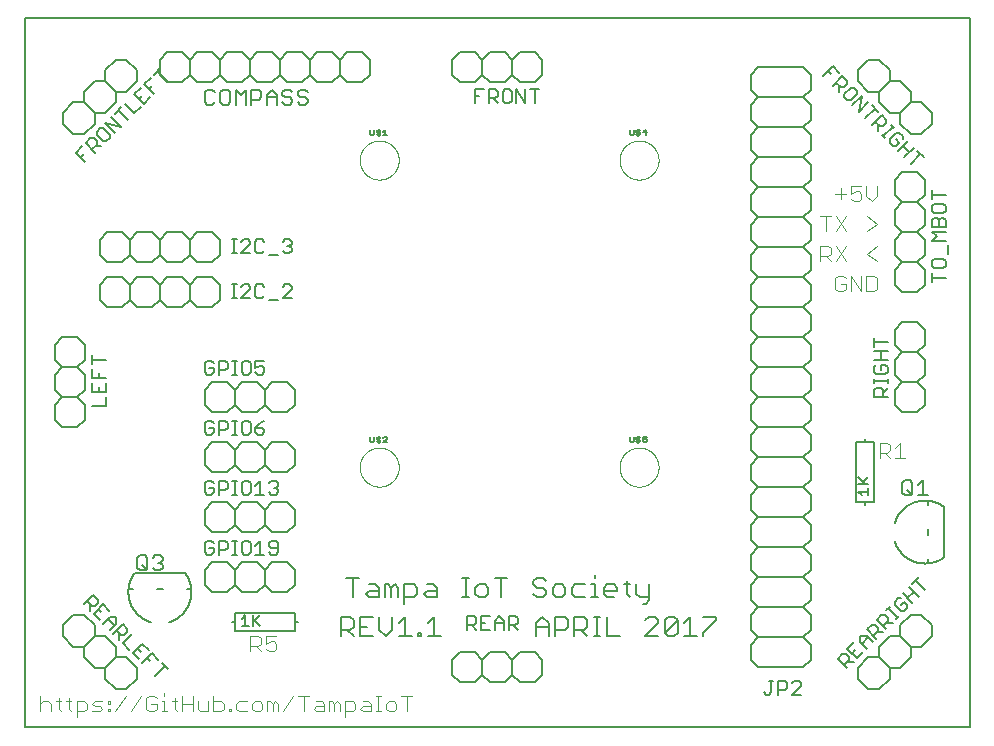
<source format=gto>
G75*
%MOIN*%
%OFA0B0*%
%FSLAX25Y25*%
%IPPOS*%
%LPD*%
%AMOC8*
5,1,8,0,0,1.08239X$1,22.5*
%
%ADD10C,0.00800*%
%ADD11C,0.00600*%
%ADD12C,0.00400*%
%ADD13C,0.00500*%
%ADD14C,0.00000*%
D10*
X0146255Y0061333D02*
X0461216Y0061333D01*
X0461216Y0297554D01*
X0146255Y0297554D01*
X0146255Y0061333D01*
X0180803Y0107333D02*
X0182382Y0107333D01*
X0190128Y0107333D02*
X0192382Y0107333D01*
X0183009Y0112833D02*
X0182854Y0112631D01*
X0182704Y0112426D01*
X0182558Y0112217D01*
X0182418Y0112004D01*
X0182283Y0111788D01*
X0182154Y0111569D01*
X0182030Y0111347D01*
X0181911Y0111122D01*
X0181798Y0110894D01*
X0181690Y0110664D01*
X0181588Y0110431D01*
X0181491Y0110195D01*
X0181400Y0109957D01*
X0181315Y0109718D01*
X0181236Y0109476D01*
X0181163Y0109232D01*
X0181096Y0108987D01*
X0181034Y0108740D01*
X0180979Y0108491D01*
X0180930Y0108241D01*
X0180887Y0107991D01*
X0180850Y0107739D01*
X0180819Y0107486D01*
X0180794Y0107233D01*
X0180775Y0106979D01*
X0180762Y0106725D01*
X0180756Y0106471D01*
X0180756Y0106216D01*
X0180762Y0105962D01*
X0180774Y0105707D01*
X0180792Y0105454D01*
X0180816Y0105200D01*
X0180847Y0104948D01*
X0180883Y0104696D01*
X0180926Y0104445D01*
X0180975Y0104195D01*
X0181030Y0103947D01*
X0181091Y0103700D01*
X0181157Y0103454D01*
X0181230Y0103210D01*
X0181309Y0102968D01*
X0181393Y0102728D01*
X0181484Y0102490D01*
X0181580Y0102254D01*
X0181681Y0102021D01*
X0181789Y0101790D01*
X0181901Y0101562D01*
X0182020Y0101337D01*
X0182144Y0101115D01*
X0182273Y0100895D01*
X0182407Y0100679D01*
X0182547Y0100466D01*
X0182692Y0100257D01*
X0182841Y0100051D01*
X0182996Y0099849D01*
X0183156Y0099651D01*
X0183320Y0099457D01*
X0183489Y0099266D01*
X0183662Y0099080D01*
X0183840Y0098898D01*
X0184023Y0098721D01*
X0184209Y0098548D01*
X0184400Y0098379D01*
X0184595Y0098215D01*
X0184794Y0098056D01*
X0184996Y0097902D01*
X0185202Y0097753D01*
X0185412Y0097609D01*
X0185625Y0097470D01*
X0185842Y0097336D01*
X0186061Y0097207D01*
X0186284Y0097084D01*
X0186510Y0096967D01*
X0186738Y0096854D01*
X0186969Y0096748D01*
X0187203Y0096647D01*
X0187439Y0096551D01*
X0187677Y0096462D01*
X0187917Y0096378D01*
X0188159Y0096300D01*
X0194351Y0096300D02*
X0194593Y0096378D01*
X0194833Y0096461D01*
X0195071Y0096551D01*
X0195307Y0096646D01*
X0195541Y0096748D01*
X0195772Y0096854D01*
X0196000Y0096966D01*
X0196226Y0097084D01*
X0196449Y0097207D01*
X0196668Y0097336D01*
X0196885Y0097470D01*
X0197098Y0097609D01*
X0197308Y0097753D01*
X0197514Y0097902D01*
X0197716Y0098056D01*
X0197915Y0098215D01*
X0198110Y0098379D01*
X0198300Y0098548D01*
X0198487Y0098721D01*
X0198669Y0098898D01*
X0198847Y0099080D01*
X0199021Y0099266D01*
X0199190Y0099457D01*
X0199354Y0099651D01*
X0199514Y0099849D01*
X0199669Y0100051D01*
X0199818Y0100257D01*
X0199963Y0100466D01*
X0200103Y0100679D01*
X0200237Y0100895D01*
X0200366Y0101114D01*
X0200490Y0101337D01*
X0200608Y0101562D01*
X0200721Y0101790D01*
X0200829Y0102021D01*
X0200930Y0102254D01*
X0201026Y0102490D01*
X0201117Y0102728D01*
X0201201Y0102968D01*
X0201280Y0103210D01*
X0201353Y0103454D01*
X0201419Y0103699D01*
X0201480Y0103946D01*
X0201535Y0104195D01*
X0201584Y0104445D01*
X0201627Y0104696D01*
X0201663Y0104947D01*
X0201694Y0105200D01*
X0201718Y0105453D01*
X0201736Y0105707D01*
X0201748Y0105961D01*
X0201754Y0106216D01*
X0201754Y0106470D01*
X0201748Y0106725D01*
X0201735Y0106979D01*
X0201716Y0107233D01*
X0201691Y0107486D01*
X0201660Y0107739D01*
X0201623Y0107990D01*
X0201580Y0108241D01*
X0201531Y0108491D01*
X0201476Y0108739D01*
X0201414Y0108986D01*
X0201347Y0109232D01*
X0201274Y0109475D01*
X0201195Y0109717D01*
X0201110Y0109957D01*
X0201019Y0110195D01*
X0200922Y0110431D01*
X0200820Y0110664D01*
X0200713Y0110894D01*
X0200599Y0111122D01*
X0200480Y0111347D01*
X0200356Y0111569D01*
X0200227Y0111788D01*
X0200092Y0112004D01*
X0199952Y0112217D01*
X0199807Y0112426D01*
X0199656Y0112631D01*
X0199501Y0112833D01*
X0183009Y0112833D01*
X0200128Y0107333D02*
X0201707Y0107333D01*
X0216255Y0099333D02*
X0216255Y0096333D01*
X0215255Y0096333D01*
X0216255Y0096333D02*
X0216255Y0093333D01*
X0236255Y0093333D01*
X0236255Y0096333D01*
X0237255Y0096333D01*
X0236255Y0096333D02*
X0236255Y0099333D01*
X0216255Y0099333D01*
X0423255Y0136333D02*
X0426255Y0136333D01*
X0426255Y0135333D01*
X0426255Y0136333D02*
X0429255Y0136333D01*
X0429255Y0156333D01*
X0426255Y0156333D01*
X0426255Y0157333D01*
X0426255Y0156333D02*
X0423255Y0156333D01*
X0423255Y0136333D01*
X0447255Y0136786D02*
X0447255Y0135206D01*
X0452755Y0134579D02*
X0452755Y0118087D01*
X0447255Y0117460D02*
X0447255Y0115881D01*
X0447255Y0125206D02*
X0447255Y0127460D01*
X0452755Y0134579D02*
X0452553Y0134734D01*
X0452348Y0134884D01*
X0452139Y0135030D01*
X0451926Y0135170D01*
X0451710Y0135305D01*
X0451491Y0135434D01*
X0451269Y0135558D01*
X0451044Y0135677D01*
X0450816Y0135790D01*
X0450586Y0135898D01*
X0450353Y0136000D01*
X0450117Y0136097D01*
X0449879Y0136188D01*
X0449640Y0136273D01*
X0449398Y0136352D01*
X0449154Y0136425D01*
X0448909Y0136492D01*
X0448662Y0136554D01*
X0448413Y0136609D01*
X0448163Y0136658D01*
X0447913Y0136701D01*
X0447661Y0136738D01*
X0447408Y0136769D01*
X0447155Y0136794D01*
X0446901Y0136813D01*
X0446647Y0136826D01*
X0446393Y0136832D01*
X0446138Y0136832D01*
X0445884Y0136826D01*
X0445629Y0136814D01*
X0445376Y0136796D01*
X0445122Y0136772D01*
X0444870Y0136741D01*
X0444618Y0136705D01*
X0444367Y0136662D01*
X0444117Y0136613D01*
X0443869Y0136558D01*
X0443622Y0136497D01*
X0443376Y0136431D01*
X0443132Y0136358D01*
X0442890Y0136279D01*
X0442650Y0136195D01*
X0442412Y0136104D01*
X0442176Y0136008D01*
X0441943Y0135907D01*
X0441712Y0135799D01*
X0441484Y0135687D01*
X0441259Y0135568D01*
X0441037Y0135444D01*
X0440817Y0135315D01*
X0440601Y0135181D01*
X0440388Y0135041D01*
X0440179Y0134896D01*
X0439973Y0134747D01*
X0439771Y0134592D01*
X0439573Y0134432D01*
X0439379Y0134268D01*
X0439188Y0134099D01*
X0439002Y0133926D01*
X0438820Y0133748D01*
X0438643Y0133565D01*
X0438470Y0133379D01*
X0438301Y0133188D01*
X0438137Y0132993D01*
X0437978Y0132794D01*
X0437824Y0132592D01*
X0437675Y0132386D01*
X0437531Y0132176D01*
X0437392Y0131963D01*
X0437258Y0131746D01*
X0437129Y0131527D01*
X0437006Y0131304D01*
X0436889Y0131078D01*
X0436776Y0130850D01*
X0436670Y0130619D01*
X0436569Y0130385D01*
X0436473Y0130149D01*
X0436384Y0129911D01*
X0436300Y0129671D01*
X0436222Y0129429D01*
X0436222Y0123237D02*
X0436300Y0122995D01*
X0436383Y0122755D01*
X0436473Y0122517D01*
X0436568Y0122281D01*
X0436670Y0122047D01*
X0436776Y0121816D01*
X0436888Y0121588D01*
X0437006Y0121362D01*
X0437129Y0121139D01*
X0437258Y0120920D01*
X0437392Y0120703D01*
X0437531Y0120490D01*
X0437675Y0120280D01*
X0437824Y0120074D01*
X0437978Y0119872D01*
X0438137Y0119673D01*
X0438301Y0119478D01*
X0438470Y0119288D01*
X0438643Y0119101D01*
X0438820Y0118919D01*
X0439002Y0118741D01*
X0439188Y0118567D01*
X0439379Y0118398D01*
X0439573Y0118234D01*
X0439771Y0118074D01*
X0439973Y0117919D01*
X0440179Y0117770D01*
X0440388Y0117625D01*
X0440601Y0117485D01*
X0440817Y0117351D01*
X0441036Y0117222D01*
X0441259Y0117098D01*
X0441484Y0116980D01*
X0441712Y0116867D01*
X0441943Y0116759D01*
X0442176Y0116658D01*
X0442412Y0116562D01*
X0442650Y0116471D01*
X0442890Y0116387D01*
X0443132Y0116308D01*
X0443376Y0116235D01*
X0443621Y0116169D01*
X0443868Y0116108D01*
X0444117Y0116053D01*
X0444367Y0116004D01*
X0444618Y0115961D01*
X0444869Y0115925D01*
X0445122Y0115894D01*
X0445375Y0115870D01*
X0445629Y0115852D01*
X0445883Y0115840D01*
X0446138Y0115834D01*
X0446392Y0115834D01*
X0446647Y0115840D01*
X0446901Y0115853D01*
X0447155Y0115872D01*
X0447408Y0115897D01*
X0447661Y0115928D01*
X0447912Y0115965D01*
X0448163Y0116008D01*
X0448413Y0116057D01*
X0448661Y0116112D01*
X0448908Y0116174D01*
X0449154Y0116241D01*
X0449397Y0116314D01*
X0449639Y0116393D01*
X0449879Y0116478D01*
X0450117Y0116569D01*
X0450353Y0116666D01*
X0450586Y0116768D01*
X0450816Y0116875D01*
X0451044Y0116989D01*
X0451269Y0117108D01*
X0451491Y0117232D01*
X0451710Y0117361D01*
X0451926Y0117496D01*
X0452139Y0117636D01*
X0452348Y0117781D01*
X0452553Y0117932D01*
X0452755Y0118087D01*
D11*
X0445094Y0098708D02*
X0441558Y0098708D01*
X0438023Y0095172D01*
X0438023Y0091637D01*
X0441558Y0088101D01*
X0445094Y0088101D01*
X0448629Y0091637D01*
X0448629Y0095172D01*
X0445094Y0098708D01*
X0438023Y0091637D02*
X0434487Y0091637D01*
X0430952Y0088101D01*
X0430952Y0084566D01*
X0434487Y0081030D01*
X0438023Y0081030D01*
X0441558Y0084566D01*
X0441558Y0088101D01*
X0434487Y0081030D02*
X0434487Y0077494D01*
X0430952Y0073959D01*
X0427416Y0073959D01*
X0423881Y0077494D01*
X0423881Y0081030D01*
X0427416Y0084566D01*
X0430952Y0084566D01*
X0408224Y0083833D02*
X0405724Y0081333D01*
X0390724Y0081333D01*
X0388224Y0083833D01*
X0388224Y0088833D01*
X0390724Y0091333D01*
X0405724Y0091333D01*
X0408224Y0088833D01*
X0408224Y0083833D01*
X0405724Y0091333D02*
X0408224Y0093833D01*
X0408224Y0098833D01*
X0405724Y0101333D01*
X0390724Y0101333D01*
X0388224Y0103833D01*
X0388224Y0108833D01*
X0390724Y0111333D01*
X0405724Y0111333D01*
X0408224Y0108833D01*
X0408224Y0103833D01*
X0405724Y0101333D01*
X0405724Y0111333D02*
X0408224Y0113833D01*
X0408224Y0118833D01*
X0405724Y0121333D01*
X0390724Y0121333D01*
X0388224Y0123833D01*
X0388224Y0128833D01*
X0390724Y0131333D01*
X0405724Y0131333D01*
X0408224Y0128833D01*
X0408224Y0123833D01*
X0405724Y0121333D01*
X0405724Y0131333D02*
X0408224Y0133833D01*
X0408224Y0138833D01*
X0405724Y0141333D01*
X0390724Y0141333D01*
X0388224Y0143833D01*
X0388224Y0148833D01*
X0390724Y0151333D01*
X0405724Y0151333D01*
X0408224Y0148833D01*
X0408224Y0143833D01*
X0405724Y0141333D01*
X0405724Y0151333D02*
X0408224Y0153833D01*
X0408224Y0158833D01*
X0405724Y0161333D01*
X0390724Y0161333D01*
X0388224Y0163833D01*
X0388224Y0168833D01*
X0390724Y0171333D01*
X0405724Y0171333D01*
X0408224Y0168833D01*
X0408224Y0163833D01*
X0405724Y0161333D01*
X0405724Y0171333D02*
X0408224Y0173833D01*
X0408224Y0178833D01*
X0405724Y0181333D01*
X0390724Y0181333D01*
X0388224Y0183833D01*
X0388224Y0188833D01*
X0390724Y0191333D01*
X0405724Y0191333D01*
X0408224Y0188833D01*
X0408224Y0183833D01*
X0405724Y0181333D01*
X0405724Y0191333D02*
X0408224Y0193833D01*
X0408224Y0198833D01*
X0405724Y0201333D01*
X0390724Y0201333D01*
X0388224Y0203833D01*
X0388224Y0208833D01*
X0390724Y0211333D01*
X0405724Y0211333D01*
X0408224Y0208833D01*
X0408224Y0203833D01*
X0405724Y0201333D01*
X0405724Y0211333D02*
X0408224Y0213833D01*
X0408224Y0218833D01*
X0405724Y0221333D01*
X0390724Y0221333D01*
X0388224Y0218833D01*
X0388224Y0213833D01*
X0390724Y0211333D01*
X0390724Y0201333D02*
X0388224Y0198833D01*
X0388224Y0193833D01*
X0390724Y0191333D01*
X0390724Y0181333D02*
X0388224Y0178833D01*
X0388224Y0173833D01*
X0390724Y0171333D01*
X0390724Y0161333D02*
X0388224Y0158833D01*
X0388224Y0153833D01*
X0390724Y0151333D01*
X0390724Y0141333D02*
X0388224Y0138833D01*
X0388224Y0133833D01*
X0390724Y0131333D01*
X0390724Y0121333D02*
X0388224Y0118833D01*
X0388224Y0113833D01*
X0390724Y0111333D01*
X0390724Y0101333D02*
X0388224Y0098833D01*
X0388224Y0093833D01*
X0390724Y0091333D01*
X0376686Y0096971D02*
X0372416Y0092701D01*
X0372416Y0091633D01*
X0370241Y0091633D02*
X0365971Y0091633D01*
X0368106Y0091633D02*
X0368106Y0098039D01*
X0365971Y0095904D01*
X0363795Y0096971D02*
X0359525Y0092701D01*
X0360593Y0091633D01*
X0362728Y0091633D01*
X0363795Y0092701D01*
X0363795Y0096971D01*
X0362728Y0098039D01*
X0360593Y0098039D01*
X0359525Y0096971D01*
X0359525Y0092701D01*
X0357350Y0091633D02*
X0353080Y0091633D01*
X0357350Y0095904D01*
X0357350Y0096971D01*
X0356282Y0098039D01*
X0354147Y0098039D01*
X0353080Y0096971D01*
X0353312Y0102498D02*
X0352245Y0102498D01*
X0353312Y0102498D02*
X0354380Y0103566D01*
X0354380Y0108904D01*
X0350109Y0108904D02*
X0350109Y0105701D01*
X0351177Y0104633D01*
X0354380Y0104633D01*
X0347948Y0104633D02*
X0346880Y0105701D01*
X0346880Y0109971D01*
X0345812Y0108904D02*
X0347948Y0108904D01*
X0343637Y0107836D02*
X0343637Y0106768D01*
X0339367Y0106768D01*
X0339367Y0105701D02*
X0339367Y0107836D01*
X0340434Y0108904D01*
X0342570Y0108904D01*
X0343637Y0107836D01*
X0342570Y0104633D02*
X0340434Y0104633D01*
X0339367Y0105701D01*
X0337205Y0104633D02*
X0335070Y0104633D01*
X0336137Y0104633D02*
X0336137Y0108904D01*
X0335070Y0108904D01*
X0332895Y0108904D02*
X0329692Y0108904D01*
X0328624Y0107836D01*
X0328624Y0105701D01*
X0329692Y0104633D01*
X0332895Y0104633D01*
X0326449Y0105701D02*
X0326449Y0107836D01*
X0325382Y0108904D01*
X0323246Y0108904D01*
X0322179Y0107836D01*
X0322179Y0105701D01*
X0323246Y0104633D01*
X0325382Y0104633D01*
X0326449Y0105701D01*
X0320004Y0105701D02*
X0318936Y0104633D01*
X0316801Y0104633D01*
X0315733Y0105701D01*
X0316801Y0107836D02*
X0318936Y0107836D01*
X0320004Y0106768D01*
X0320004Y0105701D01*
X0316801Y0107836D02*
X0315733Y0108904D01*
X0315733Y0109971D01*
X0316801Y0111039D01*
X0318936Y0111039D01*
X0320004Y0109971D01*
X0318690Y0098039D02*
X0320825Y0095904D01*
X0320825Y0091633D01*
X0323001Y0091633D02*
X0323001Y0098039D01*
X0326203Y0098039D01*
X0327271Y0096971D01*
X0327271Y0094836D01*
X0326203Y0093768D01*
X0323001Y0093768D01*
X0320825Y0094836D02*
X0316555Y0094836D01*
X0316555Y0095904D02*
X0318690Y0098039D01*
X0316555Y0095904D02*
X0316555Y0091633D01*
X0316235Y0086333D02*
X0311235Y0086333D01*
X0308735Y0083833D01*
X0308735Y0078833D01*
X0311235Y0076333D01*
X0316235Y0076333D01*
X0318735Y0078833D01*
X0318735Y0083833D01*
X0316235Y0086333D01*
X0308735Y0083833D02*
X0306235Y0086333D01*
X0301235Y0086333D01*
X0298735Y0083833D01*
X0298735Y0078833D01*
X0301235Y0076333D01*
X0306235Y0076333D01*
X0308735Y0078833D01*
X0298735Y0078833D02*
X0296235Y0076333D01*
X0291235Y0076333D01*
X0288735Y0078833D01*
X0288735Y0083833D01*
X0291235Y0086333D01*
X0296235Y0086333D01*
X0298735Y0083833D01*
X0284830Y0091633D02*
X0280560Y0091633D01*
X0282695Y0091633D02*
X0282695Y0098039D01*
X0280560Y0095904D01*
X0278405Y0092701D02*
X0278405Y0091633D01*
X0277337Y0091633D01*
X0277337Y0092701D01*
X0278405Y0092701D01*
X0275162Y0091633D02*
X0270892Y0091633D01*
X0273027Y0091633D02*
X0273027Y0098039D01*
X0270892Y0095904D01*
X0268716Y0098039D02*
X0268716Y0093768D01*
X0266581Y0091633D01*
X0264446Y0093768D01*
X0264446Y0098039D01*
X0262271Y0098039D02*
X0258001Y0098039D01*
X0258001Y0091633D01*
X0262271Y0091633D01*
X0260136Y0094836D02*
X0258001Y0094836D01*
X0255825Y0094836D02*
X0254758Y0093768D01*
X0251555Y0093768D01*
X0251555Y0091633D02*
X0251555Y0098039D01*
X0254758Y0098039D01*
X0255825Y0096971D01*
X0255825Y0094836D01*
X0253690Y0093768D02*
X0255825Y0091633D01*
X0255562Y0104633D02*
X0255562Y0111039D01*
X0253427Y0111039D02*
X0257697Y0111039D01*
X0260940Y0108904D02*
X0263075Y0108904D01*
X0264143Y0107836D01*
X0264143Y0104633D01*
X0260940Y0104633D01*
X0259872Y0105701D01*
X0260940Y0106768D01*
X0264143Y0106768D01*
X0266318Y0104633D02*
X0266318Y0108904D01*
X0267385Y0108904D01*
X0268453Y0107836D01*
X0269521Y0108904D01*
X0270588Y0107836D01*
X0270588Y0104633D01*
X0268453Y0104633D02*
X0268453Y0107836D01*
X0272763Y0108904D02*
X0272763Y0102498D01*
X0272763Y0104633D02*
X0275966Y0104633D01*
X0277034Y0105701D01*
X0277034Y0107836D01*
X0275966Y0108904D01*
X0272763Y0108904D01*
X0279209Y0105701D02*
X0280276Y0106768D01*
X0283479Y0106768D01*
X0283479Y0107836D02*
X0283479Y0104633D01*
X0280276Y0104633D01*
X0279209Y0105701D01*
X0280276Y0108904D02*
X0282412Y0108904D01*
X0283479Y0107836D01*
X0292100Y0104633D02*
X0294235Y0104633D01*
X0293167Y0104633D02*
X0293167Y0111039D01*
X0292100Y0111039D02*
X0294235Y0111039D01*
X0296397Y0107836D02*
X0297464Y0108904D01*
X0299600Y0108904D01*
X0300667Y0107836D01*
X0300667Y0105701D01*
X0299600Y0104633D01*
X0297464Y0104633D01*
X0296397Y0105701D01*
X0296397Y0107836D01*
X0302842Y0111039D02*
X0307113Y0111039D01*
X0304978Y0111039D02*
X0304978Y0104633D01*
X0329446Y0098039D02*
X0329446Y0091633D01*
X0329446Y0093768D02*
X0332649Y0093768D01*
X0333716Y0094836D01*
X0333716Y0096971D01*
X0332649Y0098039D01*
X0329446Y0098039D01*
X0331581Y0093768D02*
X0333716Y0091633D01*
X0335892Y0091633D02*
X0338027Y0091633D01*
X0336959Y0091633D02*
X0336959Y0098039D01*
X0335892Y0098039D02*
X0338027Y0098039D01*
X0340189Y0098039D02*
X0340189Y0091633D01*
X0344459Y0091633D01*
X0336137Y0111039D02*
X0336137Y0112106D01*
X0372416Y0098039D02*
X0376686Y0098039D01*
X0376686Y0096971D01*
X0424052Y0139768D02*
X0427455Y0139768D01*
X0427455Y0140902D02*
X0427455Y0138633D01*
X0425186Y0138633D02*
X0424052Y0139768D01*
X0424052Y0142316D02*
X0427455Y0142316D01*
X0426321Y0142316D02*
X0424052Y0144585D01*
X0425754Y0142884D02*
X0427455Y0144585D01*
X0438742Y0142704D02*
X0438742Y0139367D01*
X0439576Y0138533D01*
X0441244Y0138533D01*
X0442078Y0139367D01*
X0442078Y0142704D01*
X0441244Y0143538D01*
X0439576Y0143538D01*
X0438742Y0142704D01*
X0440410Y0140201D02*
X0442078Y0138533D01*
X0443899Y0138533D02*
X0447235Y0138533D01*
X0445567Y0138533D02*
X0445567Y0143538D01*
X0443899Y0141870D01*
X0443755Y0166333D02*
X0438755Y0166333D01*
X0436255Y0168833D01*
X0436255Y0173833D01*
X0438755Y0176333D01*
X0436255Y0178833D01*
X0436255Y0183833D01*
X0438755Y0186333D01*
X0436255Y0188833D01*
X0436255Y0193833D01*
X0438755Y0196333D01*
X0443755Y0196333D01*
X0446255Y0193833D01*
X0446255Y0188833D01*
X0443755Y0186333D01*
X0446255Y0183833D01*
X0446255Y0178833D01*
X0443755Y0176333D01*
X0446255Y0173833D01*
X0446255Y0168833D01*
X0443755Y0166333D01*
X0443755Y0176333D02*
X0438755Y0176333D01*
X0438755Y0186333D02*
X0443755Y0186333D01*
X0443755Y0206333D02*
X0438755Y0206333D01*
X0436255Y0208833D01*
X0436255Y0213833D01*
X0438755Y0216333D01*
X0436255Y0218833D01*
X0436255Y0223833D01*
X0438755Y0226333D01*
X0436255Y0228833D01*
X0436255Y0233833D01*
X0438755Y0236333D01*
X0436255Y0238833D01*
X0436255Y0243833D01*
X0438755Y0246333D01*
X0443755Y0246333D01*
X0446255Y0243833D01*
X0446255Y0238833D01*
X0443755Y0236333D01*
X0446255Y0233833D01*
X0446255Y0228833D01*
X0443755Y0226333D01*
X0438755Y0226333D01*
X0443755Y0226333D02*
X0446255Y0223833D01*
X0446255Y0218833D01*
X0443755Y0216333D01*
X0446255Y0213833D01*
X0446255Y0208833D01*
X0443755Y0206333D01*
X0443755Y0216333D02*
X0438755Y0216333D01*
X0438755Y0236333D02*
X0443755Y0236333D01*
X0445094Y0258959D02*
X0441558Y0258959D01*
X0438023Y0262494D01*
X0438023Y0266030D01*
X0434487Y0266030D01*
X0430952Y0269566D01*
X0430952Y0273101D01*
X0427416Y0273101D01*
X0423881Y0276637D01*
X0423881Y0280172D01*
X0427416Y0283708D01*
X0430952Y0283708D01*
X0434487Y0280172D01*
X0434487Y0276637D01*
X0438023Y0276637D01*
X0441558Y0273101D01*
X0441558Y0269566D01*
X0445094Y0269566D01*
X0448629Y0266030D01*
X0448629Y0262494D01*
X0445094Y0258959D01*
X0438023Y0266030D02*
X0441558Y0269566D01*
X0434487Y0276637D02*
X0430952Y0273101D01*
X0408224Y0273833D02*
X0405724Y0271333D01*
X0390724Y0271333D01*
X0388224Y0268833D01*
X0388224Y0263833D01*
X0390724Y0261333D01*
X0405724Y0261333D01*
X0408224Y0258833D01*
X0408224Y0253833D01*
X0405724Y0251333D01*
X0390724Y0251333D01*
X0388224Y0248833D01*
X0388224Y0243833D01*
X0390724Y0241333D01*
X0405724Y0241333D01*
X0408224Y0238833D01*
X0408224Y0233833D01*
X0405724Y0231333D01*
X0390724Y0231333D01*
X0388224Y0228833D01*
X0388224Y0223833D01*
X0390724Y0221333D01*
X0390724Y0231333D02*
X0388224Y0233833D01*
X0388224Y0238833D01*
X0390724Y0241333D01*
X0390724Y0251333D02*
X0388224Y0253833D01*
X0388224Y0258833D01*
X0390724Y0261333D01*
X0390724Y0271333D02*
X0388224Y0273833D01*
X0388224Y0278833D01*
X0390724Y0281333D01*
X0405724Y0281333D01*
X0408224Y0278833D01*
X0408224Y0273833D01*
X0405724Y0271333D02*
X0408224Y0268833D01*
X0408224Y0263833D01*
X0405724Y0261333D01*
X0405724Y0251333D02*
X0408224Y0248833D01*
X0408224Y0243833D01*
X0405724Y0241333D01*
X0405724Y0231333D02*
X0408224Y0228833D01*
X0408224Y0223833D01*
X0405724Y0221333D01*
X0318735Y0278833D02*
X0318735Y0283833D01*
X0316235Y0286333D01*
X0311235Y0286333D01*
X0308735Y0283833D01*
X0306235Y0286333D01*
X0301235Y0286333D01*
X0298735Y0283833D01*
X0296235Y0286333D01*
X0291235Y0286333D01*
X0288735Y0283833D01*
X0288735Y0278833D01*
X0291235Y0276333D01*
X0296235Y0276333D01*
X0298735Y0278833D01*
X0298735Y0283833D01*
X0308735Y0283833D02*
X0308735Y0278833D01*
X0306235Y0276333D01*
X0301235Y0276333D01*
X0298735Y0278833D01*
X0308735Y0278833D02*
X0311235Y0276333D01*
X0316235Y0276333D01*
X0318735Y0278833D01*
X0261255Y0278833D02*
X0258755Y0276333D01*
X0253755Y0276333D01*
X0251255Y0278833D01*
X0248755Y0276333D01*
X0243755Y0276333D01*
X0241255Y0278833D01*
X0238755Y0276333D01*
X0233755Y0276333D01*
X0231255Y0278833D01*
X0228755Y0276333D01*
X0223755Y0276333D01*
X0221255Y0278833D01*
X0218755Y0276333D01*
X0213755Y0276333D01*
X0211255Y0278833D01*
X0208755Y0276333D01*
X0203755Y0276333D01*
X0201255Y0278833D01*
X0198755Y0276333D01*
X0193755Y0276333D01*
X0191255Y0278833D01*
X0191255Y0283833D01*
X0193755Y0286333D01*
X0198755Y0286333D01*
X0201255Y0283833D01*
X0203755Y0286333D01*
X0208755Y0286333D01*
X0211255Y0283833D01*
X0211255Y0278833D01*
X0212246Y0273838D02*
X0211411Y0273004D01*
X0211411Y0269667D01*
X0212246Y0268833D01*
X0213914Y0268833D01*
X0214748Y0269667D01*
X0214748Y0273004D01*
X0213914Y0273838D01*
X0212246Y0273838D01*
X0209591Y0273004D02*
X0208757Y0273838D01*
X0207089Y0273838D01*
X0206255Y0273004D01*
X0206255Y0269667D01*
X0207089Y0268833D01*
X0208757Y0268833D01*
X0209591Y0269667D01*
X0216568Y0268833D02*
X0216568Y0273838D01*
X0218236Y0272170D01*
X0219904Y0273838D01*
X0219904Y0268833D01*
X0221724Y0268833D02*
X0221724Y0273838D01*
X0224226Y0273838D01*
X0225060Y0273004D01*
X0225060Y0271335D01*
X0224226Y0270501D01*
X0221724Y0270501D01*
X0226881Y0271335D02*
X0230217Y0271335D01*
X0230217Y0272170D02*
X0230217Y0268833D01*
X0232037Y0269667D02*
X0232871Y0268833D01*
X0234539Y0268833D01*
X0235373Y0269667D01*
X0235373Y0270501D01*
X0234539Y0271335D01*
X0232871Y0271335D01*
X0232037Y0272170D01*
X0232037Y0273004D01*
X0232871Y0273838D01*
X0234539Y0273838D01*
X0235373Y0273004D01*
X0237193Y0273004D02*
X0237193Y0272170D01*
X0238027Y0271335D01*
X0239696Y0271335D01*
X0240530Y0270501D01*
X0240530Y0269667D01*
X0239696Y0268833D01*
X0238027Y0268833D01*
X0237193Y0269667D01*
X0237193Y0273004D02*
X0238027Y0273838D01*
X0239696Y0273838D01*
X0240530Y0273004D01*
X0241255Y0278833D02*
X0241255Y0283833D01*
X0238755Y0286333D01*
X0233755Y0286333D01*
X0231255Y0283833D01*
X0231255Y0278833D01*
X0228549Y0273838D02*
X0230217Y0272170D01*
X0228549Y0273838D02*
X0226881Y0272170D01*
X0226881Y0268833D01*
X0221255Y0278833D02*
X0221255Y0283833D01*
X0223755Y0286333D01*
X0228755Y0286333D01*
X0231255Y0283833D01*
X0221255Y0283833D02*
X0218755Y0286333D01*
X0213755Y0286333D01*
X0211255Y0283833D01*
X0201255Y0283833D02*
X0201255Y0278833D01*
X0183629Y0280172D02*
X0183629Y0276637D01*
X0180094Y0273101D01*
X0176558Y0273101D01*
X0176558Y0269566D01*
X0173023Y0266030D01*
X0169487Y0266030D01*
X0169487Y0262494D01*
X0165952Y0258959D01*
X0162416Y0258959D01*
X0158881Y0262494D01*
X0158881Y0266030D01*
X0162416Y0269566D01*
X0165952Y0269566D01*
X0165952Y0273101D01*
X0169487Y0276637D01*
X0173023Y0276637D01*
X0173023Y0280172D01*
X0176558Y0283708D01*
X0180094Y0283708D01*
X0183629Y0280172D01*
X0176558Y0273101D02*
X0173023Y0276637D01*
X0165952Y0269566D02*
X0169487Y0266030D01*
X0173755Y0226333D02*
X0178755Y0226333D01*
X0181255Y0223833D01*
X0183755Y0226333D01*
X0188755Y0226333D01*
X0191255Y0223833D01*
X0193755Y0226333D01*
X0198755Y0226333D01*
X0201255Y0223833D01*
X0203755Y0226333D01*
X0208755Y0226333D01*
X0211255Y0223833D01*
X0211255Y0218833D01*
X0208755Y0216333D01*
X0203755Y0216333D01*
X0201255Y0218833D01*
X0198755Y0216333D01*
X0193755Y0216333D01*
X0191255Y0218833D01*
X0191255Y0223833D01*
X0191255Y0218833D02*
X0188755Y0216333D01*
X0183755Y0216333D01*
X0181255Y0218833D01*
X0178755Y0216333D01*
X0173755Y0216333D01*
X0171255Y0218833D01*
X0171255Y0223833D01*
X0173755Y0226333D01*
X0181255Y0223833D02*
X0181255Y0218833D01*
X0178755Y0211333D02*
X0173755Y0211333D01*
X0171255Y0208833D01*
X0171255Y0203833D01*
X0173755Y0201333D01*
X0178755Y0201333D01*
X0181255Y0203833D01*
X0181255Y0208833D01*
X0178755Y0211333D01*
X0181255Y0208833D02*
X0183755Y0211333D01*
X0188755Y0211333D01*
X0191255Y0208833D01*
X0193755Y0211333D01*
X0198755Y0211333D01*
X0201255Y0208833D01*
X0203755Y0211333D01*
X0208755Y0211333D01*
X0211255Y0208833D01*
X0211255Y0203833D01*
X0208755Y0201333D01*
X0203755Y0201333D01*
X0201255Y0203833D01*
X0198755Y0201333D01*
X0193755Y0201333D01*
X0191255Y0203833D01*
X0191255Y0208833D01*
X0191255Y0203833D02*
X0188755Y0201333D01*
X0183755Y0201333D01*
X0181255Y0203833D01*
X0201255Y0203833D02*
X0201255Y0208833D01*
X0201255Y0218833D02*
X0201255Y0223833D01*
X0166255Y0188833D02*
X0163755Y0191333D01*
X0158755Y0191333D01*
X0156255Y0188833D01*
X0156255Y0183833D01*
X0158755Y0181333D01*
X0156255Y0178833D01*
X0156255Y0173833D01*
X0158755Y0171333D01*
X0156255Y0168833D01*
X0156255Y0163833D01*
X0158755Y0161333D01*
X0163755Y0161333D01*
X0166255Y0163833D01*
X0166255Y0168833D01*
X0163755Y0171333D01*
X0158755Y0171333D01*
X0163755Y0171333D02*
X0166255Y0173833D01*
X0166255Y0178833D01*
X0163755Y0181333D01*
X0158755Y0181333D01*
X0163755Y0181333D02*
X0166255Y0183833D01*
X0166255Y0188833D01*
X0206255Y0173833D02*
X0206255Y0168833D01*
X0208755Y0166333D01*
X0213755Y0166333D01*
X0216255Y0168833D01*
X0218755Y0166333D01*
X0223755Y0166333D01*
X0226255Y0168833D01*
X0228755Y0166333D01*
X0233755Y0166333D01*
X0236255Y0168833D01*
X0236255Y0173833D01*
X0233755Y0176333D01*
X0228755Y0176333D01*
X0226255Y0173833D01*
X0226255Y0168833D01*
X0226255Y0173833D02*
X0223755Y0176333D01*
X0218755Y0176333D01*
X0216255Y0173833D01*
X0216255Y0168833D01*
X0216255Y0173833D02*
X0213755Y0176333D01*
X0208755Y0176333D01*
X0206255Y0173833D01*
X0208755Y0156333D02*
X0206255Y0153833D01*
X0206255Y0148833D01*
X0208755Y0146333D01*
X0213755Y0146333D01*
X0216255Y0148833D01*
X0218755Y0146333D01*
X0223755Y0146333D01*
X0226255Y0148833D01*
X0228755Y0146333D01*
X0233755Y0146333D01*
X0236255Y0148833D01*
X0236255Y0153833D01*
X0233755Y0156333D01*
X0228755Y0156333D01*
X0226255Y0153833D01*
X0226255Y0148833D01*
X0226255Y0153833D02*
X0223755Y0156333D01*
X0218755Y0156333D01*
X0216255Y0153833D01*
X0216255Y0148833D01*
X0216255Y0153833D02*
X0213755Y0156333D01*
X0208755Y0156333D01*
X0208755Y0136333D02*
X0206255Y0133833D01*
X0206255Y0128833D01*
X0208755Y0126333D01*
X0213755Y0126333D01*
X0216255Y0128833D01*
X0218755Y0126333D01*
X0223755Y0126333D01*
X0226255Y0128833D01*
X0228755Y0126333D01*
X0233755Y0126333D01*
X0236255Y0128833D01*
X0236255Y0133833D01*
X0233755Y0136333D01*
X0228755Y0136333D01*
X0226255Y0133833D01*
X0226255Y0128833D01*
X0226255Y0133833D02*
X0223755Y0136333D01*
X0218755Y0136333D01*
X0216255Y0133833D01*
X0216255Y0128833D01*
X0216255Y0133833D02*
X0213755Y0136333D01*
X0208755Y0136333D01*
X0208755Y0116333D02*
X0206255Y0113833D01*
X0206255Y0108833D01*
X0208755Y0106333D01*
X0213755Y0106333D01*
X0216255Y0108833D01*
X0218755Y0106333D01*
X0223755Y0106333D01*
X0226255Y0108833D01*
X0228755Y0106333D01*
X0233755Y0106333D01*
X0236255Y0108833D01*
X0236255Y0113833D01*
X0233755Y0116333D01*
X0228755Y0116333D01*
X0226255Y0113833D01*
X0226255Y0108833D01*
X0226255Y0113833D02*
X0223755Y0116333D01*
X0218755Y0116333D01*
X0216255Y0113833D01*
X0216255Y0108833D01*
X0216255Y0113833D02*
X0213755Y0116333D01*
X0208755Y0116333D01*
X0192235Y0116870D02*
X0191401Y0116035D01*
X0192235Y0115201D01*
X0192235Y0114367D01*
X0191401Y0113533D01*
X0189733Y0113533D01*
X0188899Y0114367D01*
X0187078Y0114367D02*
X0186244Y0113533D01*
X0184576Y0113533D01*
X0183742Y0114367D01*
X0183742Y0117704D01*
X0184576Y0118538D01*
X0186244Y0118538D01*
X0187078Y0117704D01*
X0187078Y0114367D01*
X0187078Y0113533D02*
X0185410Y0115201D01*
X0188899Y0117704D02*
X0189733Y0118538D01*
X0191401Y0118538D01*
X0192235Y0117704D01*
X0192235Y0116870D01*
X0191401Y0116035D02*
X0190567Y0116035D01*
X0169487Y0095172D02*
X0165952Y0098708D01*
X0162416Y0098708D01*
X0158881Y0095172D01*
X0158881Y0091637D01*
X0162416Y0088101D01*
X0165952Y0088101D01*
X0165952Y0084566D01*
X0169487Y0081030D01*
X0173023Y0081030D01*
X0173023Y0077494D01*
X0176558Y0073959D01*
X0180094Y0073959D01*
X0183629Y0077494D01*
X0183629Y0081030D01*
X0180094Y0084566D01*
X0176558Y0084566D01*
X0173023Y0081030D01*
X0176558Y0084566D02*
X0176558Y0088101D01*
X0173023Y0091637D01*
X0169487Y0091637D01*
X0165952Y0088101D01*
X0169487Y0091637D02*
X0169487Y0095172D01*
X0218555Y0095133D02*
X0220824Y0095133D01*
X0219689Y0095133D02*
X0219689Y0098536D01*
X0218555Y0097402D01*
X0222238Y0098536D02*
X0222238Y0095133D01*
X0222238Y0096268D02*
X0224507Y0098536D01*
X0222805Y0096835D02*
X0224507Y0095133D01*
X0251255Y0278833D02*
X0251255Y0283833D01*
X0253755Y0286333D01*
X0258755Y0286333D01*
X0261255Y0283833D01*
X0261255Y0278833D01*
X0251255Y0283833D02*
X0248755Y0286333D01*
X0243755Y0286333D01*
X0241255Y0283833D01*
D12*
X0411455Y0231738D02*
X0414925Y0231738D01*
X0416611Y0231738D02*
X0420081Y0226533D01*
X0416611Y0226533D02*
X0420081Y0231738D01*
X0422479Y0236533D02*
X0421611Y0237401D01*
X0422479Y0236533D02*
X0424214Y0236533D01*
X0425081Y0237401D01*
X0425081Y0239136D01*
X0424214Y0240003D01*
X0423346Y0240003D01*
X0421611Y0239136D01*
X0421611Y0241738D01*
X0425081Y0241738D01*
X0426768Y0241738D02*
X0426768Y0238268D01*
X0428503Y0236533D01*
X0430237Y0238268D01*
X0430237Y0241738D01*
X0426924Y0231738D02*
X0430394Y0229136D01*
X0426924Y0226533D01*
X0430394Y0221738D02*
X0426924Y0219136D01*
X0430394Y0216533D01*
X0429370Y0211738D02*
X0426768Y0211738D01*
X0426768Y0206533D01*
X0429370Y0206533D01*
X0430237Y0207401D01*
X0430237Y0210870D01*
X0429370Y0211738D01*
X0425081Y0211738D02*
X0425081Y0206533D01*
X0421611Y0211738D01*
X0421611Y0206533D01*
X0419925Y0207401D02*
X0419925Y0209136D01*
X0418190Y0209136D01*
X0419925Y0210870D02*
X0419057Y0211738D01*
X0417322Y0211738D01*
X0416455Y0210870D01*
X0416455Y0207401D01*
X0417322Y0206533D01*
X0419057Y0206533D01*
X0419925Y0207401D01*
X0420081Y0216533D02*
X0416611Y0221738D01*
X0414925Y0220870D02*
X0414925Y0219136D01*
X0414057Y0218268D01*
X0411455Y0218268D01*
X0411455Y0216533D02*
X0411455Y0221738D01*
X0414057Y0221738D01*
X0414925Y0220870D01*
X0413190Y0218268D02*
X0414925Y0216533D01*
X0416611Y0216533D02*
X0420081Y0221738D01*
X0413190Y0226533D02*
X0413190Y0231738D01*
X0418190Y0237401D02*
X0418190Y0240870D01*
X0416455Y0239136D02*
X0419925Y0239136D01*
X0431142Y0156138D02*
X0433744Y0156138D01*
X0434612Y0155270D01*
X0434612Y0153536D01*
X0433744Y0152668D01*
X0431142Y0152668D01*
X0431142Y0150933D02*
X0431142Y0156138D01*
X0432877Y0152668D02*
X0434612Y0150933D01*
X0436299Y0150933D02*
X0439768Y0150933D01*
X0438033Y0150933D02*
X0438033Y0156138D01*
X0436299Y0154403D01*
X0275241Y0071738D02*
X0271771Y0071738D01*
X0273506Y0071738D02*
X0273506Y0066533D01*
X0270084Y0067401D02*
X0270084Y0069136D01*
X0269217Y0070003D01*
X0267482Y0070003D01*
X0266615Y0069136D01*
X0266615Y0067401D01*
X0267482Y0066533D01*
X0269217Y0066533D01*
X0270084Y0067401D01*
X0264912Y0066533D02*
X0263177Y0066533D01*
X0264044Y0066533D02*
X0264044Y0071738D01*
X0263177Y0071738D02*
X0264912Y0071738D01*
X0261490Y0069136D02*
X0260623Y0070003D01*
X0258888Y0070003D01*
X0258888Y0068268D02*
X0261490Y0068268D01*
X0261490Y0069136D02*
X0261490Y0066533D01*
X0258888Y0066533D01*
X0258021Y0067401D01*
X0258888Y0068268D01*
X0256334Y0067401D02*
X0255466Y0066533D01*
X0252864Y0066533D01*
X0251177Y0066533D02*
X0251177Y0069136D01*
X0250310Y0070003D01*
X0249443Y0069136D01*
X0249443Y0066533D01*
X0247708Y0066533D02*
X0247708Y0070003D01*
X0248575Y0070003D01*
X0249443Y0069136D01*
X0246021Y0069136D02*
X0246021Y0066533D01*
X0243419Y0066533D01*
X0242551Y0067401D01*
X0243419Y0068268D01*
X0246021Y0068268D01*
X0246021Y0069136D02*
X0245154Y0070003D01*
X0243419Y0070003D01*
X0240865Y0071738D02*
X0237395Y0071738D01*
X0235708Y0071738D02*
X0232239Y0066533D01*
X0230552Y0066533D02*
X0230552Y0069136D01*
X0229684Y0070003D01*
X0228817Y0069136D01*
X0228817Y0066533D01*
X0227082Y0066533D02*
X0227082Y0070003D01*
X0227950Y0070003D01*
X0228817Y0069136D01*
X0225395Y0069136D02*
X0224528Y0070003D01*
X0222793Y0070003D01*
X0221926Y0069136D01*
X0221926Y0067401D01*
X0222793Y0066533D01*
X0224528Y0066533D01*
X0225395Y0067401D01*
X0225395Y0069136D01*
X0220239Y0070003D02*
X0217637Y0070003D01*
X0216769Y0069136D01*
X0216769Y0067401D01*
X0217637Y0066533D01*
X0220239Y0066533D01*
X0215059Y0066533D02*
X0215059Y0067401D01*
X0214191Y0067401D01*
X0214191Y0066533D01*
X0215059Y0066533D01*
X0212504Y0067401D02*
X0212504Y0069136D01*
X0211637Y0070003D01*
X0209035Y0070003D01*
X0207348Y0070003D02*
X0207348Y0066533D01*
X0204746Y0066533D01*
X0203878Y0067401D01*
X0203878Y0070003D01*
X0202192Y0069136D02*
X0198722Y0069136D01*
X0197019Y0070003D02*
X0195284Y0070003D01*
X0196152Y0070870D02*
X0196152Y0067401D01*
X0197019Y0066533D01*
X0198722Y0066533D02*
X0198722Y0071738D01*
X0202192Y0071738D02*
X0202192Y0066533D01*
X0193582Y0066533D02*
X0191847Y0066533D01*
X0192714Y0066533D02*
X0192714Y0070003D01*
X0191847Y0070003D01*
X0190160Y0070870D02*
X0189293Y0071738D01*
X0187558Y0071738D01*
X0186690Y0070870D01*
X0186690Y0067401D01*
X0187558Y0066533D01*
X0189293Y0066533D01*
X0190160Y0067401D01*
X0190160Y0069136D01*
X0188425Y0069136D01*
X0185004Y0071738D02*
X0181534Y0066533D01*
X0176378Y0066533D02*
X0179847Y0071738D01*
X0174667Y0070003D02*
X0174667Y0069136D01*
X0173799Y0069136D01*
X0173799Y0070003D01*
X0174667Y0070003D01*
X0172113Y0070003D02*
X0169510Y0070003D01*
X0168643Y0069136D01*
X0169510Y0068268D01*
X0171245Y0068268D01*
X0172113Y0067401D01*
X0171245Y0066533D01*
X0168643Y0066533D01*
X0166956Y0067401D02*
X0166089Y0066533D01*
X0163487Y0066533D01*
X0161784Y0066533D02*
X0160916Y0067401D01*
X0160916Y0070870D01*
X0160049Y0070003D02*
X0161784Y0070003D01*
X0163487Y0070003D02*
X0166089Y0070003D01*
X0166956Y0069136D01*
X0166956Y0067401D01*
X0163487Y0064799D02*
X0163487Y0070003D01*
X0158346Y0070003D02*
X0156611Y0070003D01*
X0157479Y0070870D02*
X0157479Y0067401D01*
X0158346Y0066533D01*
X0154925Y0066533D02*
X0154925Y0069136D01*
X0154057Y0070003D01*
X0152322Y0070003D01*
X0151455Y0069136D01*
X0151455Y0071738D02*
X0151455Y0066533D01*
X0173799Y0066533D02*
X0173799Y0067401D01*
X0174667Y0067401D01*
X0174667Y0066533D01*
X0173799Y0066533D01*
X0192714Y0071738D02*
X0192714Y0072605D01*
X0209035Y0071738D02*
X0209035Y0066533D01*
X0211637Y0066533D01*
X0212504Y0067401D01*
X0221455Y0086533D02*
X0221455Y0091738D01*
X0224057Y0091738D01*
X0224925Y0090870D01*
X0224925Y0089136D01*
X0224057Y0088268D01*
X0221455Y0088268D01*
X0223190Y0088268D02*
X0224925Y0086533D01*
X0226611Y0087401D02*
X0227479Y0086533D01*
X0229214Y0086533D01*
X0230081Y0087401D01*
X0230081Y0089136D01*
X0229214Y0090003D01*
X0228346Y0090003D01*
X0226611Y0089136D01*
X0226611Y0091738D01*
X0230081Y0091738D01*
X0239130Y0071738D02*
X0239130Y0066533D01*
X0252864Y0064799D02*
X0252864Y0070003D01*
X0255466Y0070003D01*
X0256334Y0069136D01*
X0256334Y0067401D01*
D13*
X0293685Y0093783D02*
X0293685Y0098287D01*
X0295937Y0098287D01*
X0296688Y0097537D01*
X0296688Y0096035D01*
X0295937Y0095285D01*
X0293685Y0095285D01*
X0295187Y0095285D02*
X0296688Y0093783D01*
X0298289Y0093783D02*
X0301292Y0093783D01*
X0302893Y0093783D02*
X0302893Y0096786D01*
X0304395Y0098287D01*
X0305896Y0096786D01*
X0305896Y0093783D01*
X0307497Y0093783D02*
X0307497Y0098287D01*
X0309749Y0098287D01*
X0310500Y0097537D01*
X0310500Y0096035D01*
X0309749Y0095285D01*
X0307497Y0095285D01*
X0308998Y0095285D02*
X0310500Y0093783D01*
X0305896Y0096035D02*
X0302893Y0096035D01*
X0301292Y0098287D02*
X0298289Y0098287D01*
X0298289Y0093783D01*
X0298289Y0096035D02*
X0299791Y0096035D01*
X0230693Y0119534D02*
X0229942Y0118783D01*
X0228441Y0118783D01*
X0227690Y0119534D01*
X0228441Y0121035D02*
X0230693Y0121035D01*
X0230693Y0119534D02*
X0230693Y0122537D01*
X0229942Y0123287D01*
X0228441Y0123287D01*
X0227690Y0122537D01*
X0227690Y0121786D01*
X0228441Y0121035D01*
X0226089Y0118783D02*
X0223086Y0118783D01*
X0224587Y0118783D02*
X0224587Y0123287D01*
X0223086Y0121786D01*
X0221485Y0122537D02*
X0220734Y0123287D01*
X0219233Y0123287D01*
X0218482Y0122537D01*
X0218482Y0119534D01*
X0219233Y0118783D01*
X0220734Y0118783D01*
X0221485Y0119534D01*
X0221485Y0122537D01*
X0216914Y0123287D02*
X0215413Y0123287D01*
X0216164Y0123287D02*
X0216164Y0118783D01*
X0216914Y0118783D02*
X0215413Y0118783D01*
X0213812Y0121035D02*
X0213061Y0120285D01*
X0210809Y0120285D01*
X0210809Y0118783D02*
X0210809Y0123287D01*
X0213061Y0123287D01*
X0213812Y0122537D01*
X0213812Y0121035D01*
X0209208Y0121035D02*
X0207706Y0121035D01*
X0209208Y0121035D02*
X0209208Y0119534D01*
X0208457Y0118783D01*
X0206956Y0118783D01*
X0206205Y0119534D01*
X0206205Y0122537D01*
X0206956Y0123287D01*
X0208457Y0123287D01*
X0209208Y0122537D01*
X0208457Y0138783D02*
X0206956Y0138783D01*
X0206205Y0139534D01*
X0206205Y0142537D01*
X0206956Y0143287D01*
X0208457Y0143287D01*
X0209208Y0142537D01*
X0209208Y0141035D02*
X0207706Y0141035D01*
X0209208Y0141035D02*
X0209208Y0139534D01*
X0208457Y0138783D01*
X0210809Y0138783D02*
X0210809Y0143287D01*
X0213061Y0143287D01*
X0213812Y0142537D01*
X0213812Y0141035D01*
X0213061Y0140285D01*
X0210809Y0140285D01*
X0215413Y0138783D02*
X0216914Y0138783D01*
X0216164Y0138783D02*
X0216164Y0143287D01*
X0216914Y0143287D02*
X0215413Y0143287D01*
X0218482Y0142537D02*
X0218482Y0139534D01*
X0219233Y0138783D01*
X0220734Y0138783D01*
X0221485Y0139534D01*
X0221485Y0142537D01*
X0220734Y0143287D01*
X0219233Y0143287D01*
X0218482Y0142537D01*
X0223086Y0141786D02*
X0224587Y0143287D01*
X0224587Y0138783D01*
X0223086Y0138783D02*
X0226089Y0138783D01*
X0227690Y0139534D02*
X0228441Y0138783D01*
X0229942Y0138783D01*
X0230693Y0139534D01*
X0230693Y0140285D01*
X0229942Y0141035D01*
X0229191Y0141035D01*
X0229942Y0141035D02*
X0230693Y0141786D01*
X0230693Y0142537D01*
X0229942Y0143287D01*
X0228441Y0143287D01*
X0227690Y0142537D01*
X0225338Y0158783D02*
X0223837Y0158783D01*
X0223086Y0159534D01*
X0223086Y0161035D01*
X0225338Y0161035D01*
X0226089Y0160285D01*
X0226089Y0159534D01*
X0225338Y0158783D01*
X0223086Y0161035D02*
X0224587Y0162537D01*
X0226089Y0163287D01*
X0221485Y0162537D02*
X0221485Y0159534D01*
X0220734Y0158783D01*
X0219233Y0158783D01*
X0218482Y0159534D01*
X0218482Y0162537D01*
X0219233Y0163287D01*
X0220734Y0163287D01*
X0221485Y0162537D01*
X0216914Y0163287D02*
X0215413Y0163287D01*
X0216164Y0163287D02*
X0216164Y0158783D01*
X0216914Y0158783D02*
X0215413Y0158783D01*
X0213812Y0161035D02*
X0213061Y0160285D01*
X0210809Y0160285D01*
X0210809Y0158783D02*
X0210809Y0163287D01*
X0213061Y0163287D01*
X0213812Y0162537D01*
X0213812Y0161035D01*
X0209208Y0161035D02*
X0209208Y0159534D01*
X0208457Y0158783D01*
X0206956Y0158783D01*
X0206205Y0159534D01*
X0206205Y0162537D01*
X0206956Y0163287D01*
X0208457Y0163287D01*
X0209208Y0162537D01*
X0209208Y0161035D02*
X0207706Y0161035D01*
X0206956Y0178783D02*
X0208457Y0178783D01*
X0209208Y0179534D01*
X0209208Y0181035D01*
X0207706Y0181035D01*
X0206205Y0179534D02*
X0206956Y0178783D01*
X0206205Y0179534D02*
X0206205Y0182537D01*
X0206956Y0183287D01*
X0208457Y0183287D01*
X0209208Y0182537D01*
X0210809Y0183287D02*
X0210809Y0178783D01*
X0210809Y0180285D02*
X0213061Y0180285D01*
X0213812Y0181035D01*
X0213812Y0182537D01*
X0213061Y0183287D01*
X0210809Y0183287D01*
X0215413Y0183287D02*
X0216914Y0183287D01*
X0216164Y0183287D02*
X0216164Y0178783D01*
X0216914Y0178783D02*
X0215413Y0178783D01*
X0218482Y0179534D02*
X0219233Y0178783D01*
X0220734Y0178783D01*
X0221485Y0179534D01*
X0221485Y0182537D01*
X0220734Y0183287D01*
X0219233Y0183287D01*
X0218482Y0182537D01*
X0218482Y0179534D01*
X0223086Y0179534D02*
X0223837Y0178783D01*
X0225338Y0178783D01*
X0226089Y0179534D01*
X0226089Y0181035D01*
X0225338Y0181786D01*
X0224587Y0181786D01*
X0223086Y0181035D01*
X0223086Y0183287D01*
X0226089Y0183287D01*
X0227597Y0203633D02*
X0230600Y0203633D01*
X0232201Y0204383D02*
X0235204Y0207386D01*
X0235204Y0208137D01*
X0234453Y0208887D01*
X0232952Y0208887D01*
X0232201Y0208137D01*
X0232201Y0204383D02*
X0235204Y0204383D01*
X0225996Y0205134D02*
X0225245Y0204383D01*
X0223744Y0204383D01*
X0222993Y0205134D01*
X0222993Y0208137D01*
X0223744Y0208887D01*
X0225245Y0208887D01*
X0225996Y0208137D01*
X0221392Y0208137D02*
X0220641Y0208887D01*
X0219140Y0208887D01*
X0218389Y0208137D01*
X0216821Y0208887D02*
X0215320Y0208887D01*
X0216071Y0208887D02*
X0216071Y0204383D01*
X0216821Y0204383D02*
X0215320Y0204383D01*
X0218389Y0204383D02*
X0221392Y0207386D01*
X0221392Y0208137D01*
X0221392Y0204383D02*
X0218389Y0204383D01*
X0218389Y0219383D02*
X0221392Y0222386D01*
X0221392Y0223137D01*
X0220641Y0223887D01*
X0219140Y0223887D01*
X0218389Y0223137D01*
X0216821Y0223887D02*
X0215320Y0223887D01*
X0216071Y0223887D02*
X0216071Y0219383D01*
X0216821Y0219383D02*
X0215320Y0219383D01*
X0218389Y0219383D02*
X0221392Y0219383D01*
X0222993Y0220134D02*
X0223744Y0219383D01*
X0225245Y0219383D01*
X0225996Y0220134D01*
X0227597Y0218633D02*
X0230600Y0218633D01*
X0232201Y0220134D02*
X0232952Y0219383D01*
X0234453Y0219383D01*
X0235204Y0220134D01*
X0235204Y0220885D01*
X0234453Y0221635D01*
X0233702Y0221635D01*
X0234453Y0221635D02*
X0235204Y0222386D01*
X0235204Y0223137D01*
X0234453Y0223887D01*
X0232952Y0223887D01*
X0232201Y0223137D01*
X0225996Y0223137D02*
X0225245Y0223887D01*
X0223744Y0223887D01*
X0222993Y0223137D01*
X0222993Y0220134D01*
X0173205Y0183781D02*
X0168701Y0183781D01*
X0168701Y0185282D02*
X0168701Y0182279D01*
X0168701Y0180678D02*
X0168701Y0177675D01*
X0173205Y0177675D01*
X0173205Y0176074D02*
X0173205Y0173072D01*
X0168701Y0173072D01*
X0168701Y0176074D01*
X0170953Y0174573D02*
X0170953Y0173072D01*
X0173205Y0171470D02*
X0173205Y0168468D01*
X0168701Y0168468D01*
X0170953Y0177675D02*
X0170953Y0179177D01*
X0261300Y0158099D02*
X0261300Y0156514D01*
X0261617Y0156198D01*
X0262251Y0156198D01*
X0262568Y0156514D01*
X0262568Y0158099D01*
X0263510Y0157782D02*
X0263827Y0158099D01*
X0264461Y0158099D01*
X0264778Y0157782D01*
X0264461Y0157148D02*
X0263827Y0157148D01*
X0263510Y0157465D01*
X0263510Y0157782D01*
X0264144Y0158416D02*
X0264144Y0155881D01*
X0263827Y0156198D02*
X0264461Y0156198D01*
X0264778Y0156514D01*
X0264778Y0156831D01*
X0264461Y0157148D01*
X0263510Y0156514D02*
X0263827Y0156198D01*
X0265720Y0156198D02*
X0266988Y0157465D01*
X0266988Y0157782D01*
X0266671Y0158099D01*
X0266037Y0158099D01*
X0265720Y0157782D01*
X0265720Y0156198D02*
X0266988Y0156198D01*
X0347915Y0156514D02*
X0348232Y0156198D01*
X0348865Y0156198D01*
X0349182Y0156514D01*
X0349182Y0158099D01*
X0350125Y0157782D02*
X0350441Y0158099D01*
X0351075Y0158099D01*
X0351392Y0157782D01*
X0351075Y0157148D02*
X0350441Y0157148D01*
X0350125Y0157465D01*
X0350125Y0157782D01*
X0350758Y0158416D02*
X0350758Y0155881D01*
X0350441Y0156198D02*
X0351075Y0156198D01*
X0351392Y0156514D01*
X0351392Y0156831D01*
X0351075Y0157148D01*
X0350125Y0156514D02*
X0350441Y0156198D01*
X0352334Y0156514D02*
X0352651Y0156198D01*
X0353285Y0156198D01*
X0353602Y0156514D01*
X0353602Y0157148D01*
X0353285Y0157465D01*
X0352968Y0157465D01*
X0352334Y0157148D01*
X0352334Y0158099D01*
X0353602Y0158099D01*
X0347915Y0158099D02*
X0347915Y0156514D01*
X0429301Y0171283D02*
X0429301Y0173535D01*
X0430052Y0174286D01*
X0431553Y0174286D01*
X0432304Y0173535D01*
X0432304Y0171283D01*
X0433805Y0171283D02*
X0429301Y0171283D01*
X0432304Y0172785D02*
X0433805Y0174286D01*
X0433805Y0175887D02*
X0433805Y0177389D01*
X0433805Y0176638D02*
X0429301Y0176638D01*
X0429301Y0175887D02*
X0429301Y0177389D01*
X0430052Y0178957D02*
X0433054Y0178957D01*
X0433805Y0179707D01*
X0433805Y0181208D01*
X0433054Y0181959D01*
X0431553Y0181959D01*
X0431553Y0180458D01*
X0430052Y0181959D02*
X0429301Y0181208D01*
X0429301Y0179707D01*
X0430052Y0178957D01*
X0429301Y0183560D02*
X0433805Y0183560D01*
X0431553Y0183560D02*
X0431553Y0186563D01*
X0429301Y0186563D02*
X0433805Y0186563D01*
X0433805Y0189666D02*
X0429301Y0189666D01*
X0429301Y0191167D02*
X0429301Y0188164D01*
X0448701Y0209656D02*
X0448701Y0212658D01*
X0448701Y0211157D02*
X0453205Y0211157D01*
X0452454Y0214260D02*
X0453205Y0215010D01*
X0453205Y0216512D01*
X0452454Y0217262D01*
X0449452Y0217262D01*
X0448701Y0216512D01*
X0448701Y0215010D01*
X0449452Y0214260D01*
X0452454Y0214260D01*
X0453956Y0218864D02*
X0453956Y0221866D01*
X0453205Y0223468D02*
X0448701Y0223468D01*
X0450203Y0224969D01*
X0448701Y0226470D01*
X0453205Y0226470D01*
X0453205Y0228071D02*
X0448701Y0228071D01*
X0448701Y0230323D01*
X0449452Y0231074D01*
X0450203Y0231074D01*
X0450953Y0230323D01*
X0450953Y0228071D01*
X0453205Y0228071D02*
X0453205Y0230323D01*
X0452454Y0231074D01*
X0451704Y0231074D01*
X0450953Y0230323D01*
X0449452Y0232675D02*
X0452454Y0232675D01*
X0453205Y0233426D01*
X0453205Y0234927D01*
X0452454Y0235678D01*
X0449452Y0235678D01*
X0448701Y0234927D01*
X0448701Y0233426D01*
X0449452Y0232675D01*
X0448701Y0237279D02*
X0448701Y0240282D01*
X0448701Y0238781D02*
X0453205Y0238781D01*
X0441607Y0249082D02*
X0444791Y0252266D01*
X0443730Y0253328D02*
X0445853Y0251205D01*
X0442597Y0254460D02*
X0439413Y0251276D01*
X0441005Y0252868D02*
X0438882Y0254991D01*
X0437750Y0256124D02*
X0436688Y0257185D01*
X0437750Y0256124D02*
X0436688Y0255062D01*
X0435626Y0255062D01*
X0434565Y0256124D01*
X0434565Y0257185D01*
X0436688Y0259308D01*
X0437750Y0259308D01*
X0438811Y0258247D01*
X0438811Y0257185D01*
X0440474Y0256584D02*
X0437290Y0253399D01*
X0432925Y0257763D02*
X0431864Y0258825D01*
X0432395Y0258294D02*
X0435579Y0261479D01*
X0435049Y0262009D02*
X0436110Y0260948D01*
X0433385Y0262611D02*
X0432324Y0261549D01*
X0431262Y0261549D01*
X0429670Y0263142D01*
X0430731Y0262080D02*
X0430731Y0259957D01*
X0428608Y0262080D02*
X0431793Y0265265D01*
X0433385Y0263672D01*
X0433385Y0262611D01*
X0430661Y0266397D02*
X0428538Y0268520D01*
X0429599Y0267459D02*
X0426414Y0264274D01*
X0424221Y0266468D02*
X0427405Y0269653D01*
X0425282Y0271776D02*
X0424221Y0266468D01*
X0422097Y0268591D02*
X0425282Y0271776D01*
X0423619Y0272377D02*
X0423619Y0273439D01*
X0422557Y0274500D01*
X0421496Y0274500D01*
X0419373Y0272377D01*
X0419373Y0271316D01*
X0420434Y0270254D01*
X0421496Y0270254D01*
X0423619Y0272377D01*
X0420364Y0275633D02*
X0419302Y0274571D01*
X0418240Y0274571D01*
X0416648Y0276164D01*
X0415587Y0275102D02*
X0418771Y0278287D01*
X0420364Y0276694D01*
X0420364Y0275633D01*
X0417710Y0275102D02*
X0417710Y0272979D01*
X0417639Y0279419D02*
X0415516Y0281542D01*
X0412331Y0278357D01*
X0413923Y0279950D02*
X0414985Y0278888D01*
X0353602Y0259511D02*
X0352334Y0259511D01*
X0353285Y0260461D01*
X0353285Y0258560D01*
X0351392Y0258877D02*
X0351392Y0259194D01*
X0351075Y0259511D01*
X0350441Y0259511D01*
X0350125Y0259827D01*
X0350125Y0260144D01*
X0350441Y0260461D01*
X0351075Y0260461D01*
X0351392Y0260144D01*
X0350758Y0260778D02*
X0350758Y0258243D01*
X0350441Y0258560D02*
X0351075Y0258560D01*
X0351392Y0258877D01*
X0350441Y0258560D02*
X0350125Y0258877D01*
X0349182Y0258877D02*
X0349182Y0260461D01*
X0347915Y0260461D02*
X0347915Y0258877D01*
X0348232Y0258560D01*
X0348865Y0258560D01*
X0349182Y0258877D01*
X0316183Y0269383D02*
X0316183Y0273887D01*
X0317684Y0273887D02*
X0314681Y0273887D01*
X0313080Y0273887D02*
X0313080Y0269383D01*
X0310077Y0273887D01*
X0310077Y0269383D01*
X0308476Y0270134D02*
X0308476Y0273137D01*
X0307725Y0273887D01*
X0306224Y0273887D01*
X0305474Y0273137D01*
X0305474Y0270134D01*
X0306224Y0269383D01*
X0307725Y0269383D01*
X0308476Y0270134D01*
X0303872Y0269383D02*
X0302371Y0270885D01*
X0303122Y0270885D02*
X0300870Y0270885D01*
X0300870Y0269383D02*
X0300870Y0273887D01*
X0303122Y0273887D01*
X0303872Y0273137D01*
X0303872Y0271635D01*
X0303122Y0270885D01*
X0299268Y0273887D02*
X0296266Y0273887D01*
X0296266Y0269383D01*
X0296266Y0271635D02*
X0297767Y0271635D01*
X0266988Y0258560D02*
X0265720Y0258560D01*
X0266354Y0258560D02*
X0266354Y0260461D01*
X0265720Y0259827D01*
X0264778Y0260144D02*
X0264461Y0260461D01*
X0263827Y0260461D01*
X0263510Y0260144D01*
X0263510Y0259827D01*
X0263827Y0259511D01*
X0264461Y0259511D01*
X0264778Y0259194D01*
X0264778Y0258877D01*
X0264461Y0258560D01*
X0263827Y0258560D01*
X0263510Y0258877D01*
X0264144Y0258243D02*
X0264144Y0260778D01*
X0262568Y0260461D02*
X0262568Y0258877D01*
X0262251Y0258560D01*
X0261617Y0258560D01*
X0261300Y0258877D01*
X0261300Y0260461D01*
X0193506Y0276685D02*
X0190322Y0279870D01*
X0191383Y0280931D02*
X0189260Y0278808D01*
X0188128Y0277676D02*
X0186005Y0275553D01*
X0189189Y0272368D01*
X0188057Y0271236D02*
X0185934Y0269112D01*
X0182749Y0272297D01*
X0184872Y0274420D01*
X0185403Y0271766D02*
X0184342Y0270705D01*
X0184802Y0267980D02*
X0182679Y0265857D01*
X0179494Y0269042D01*
X0178362Y0267909D02*
X0176238Y0265786D01*
X0177300Y0266848D02*
X0180485Y0263663D01*
X0178291Y0261469D02*
X0175106Y0264654D01*
X0172983Y0262531D02*
X0178291Y0261469D01*
X0176168Y0259346D02*
X0172983Y0262531D01*
X0172381Y0260868D02*
X0171320Y0260868D01*
X0170258Y0259806D01*
X0170258Y0258744D01*
X0172381Y0256621D01*
X0173443Y0256621D01*
X0174504Y0257683D01*
X0174504Y0258744D01*
X0172381Y0260868D01*
X0169126Y0257612D02*
X0170187Y0256551D01*
X0170187Y0255489D01*
X0168595Y0253897D01*
X0169657Y0254958D02*
X0171780Y0254958D01*
X0169657Y0252835D02*
X0166472Y0256020D01*
X0168064Y0257612D01*
X0169126Y0257612D01*
X0165340Y0254887D02*
X0163217Y0252764D01*
X0166401Y0249580D01*
X0164809Y0251172D02*
X0165870Y0252234D01*
X0187597Y0273960D02*
X0188659Y0275022D01*
X0169066Y0105428D02*
X0170658Y0103836D01*
X0170658Y0102774D01*
X0169597Y0101712D01*
X0168535Y0101712D01*
X0166943Y0103305D01*
X0168004Y0102243D02*
X0168004Y0100120D01*
X0169137Y0098988D02*
X0171260Y0096865D01*
X0172392Y0095732D02*
X0174515Y0097855D01*
X0176638Y0097855D01*
X0176638Y0095732D01*
X0174515Y0093609D01*
X0175647Y0092477D02*
X0178832Y0095661D01*
X0180424Y0094069D01*
X0180424Y0093008D01*
X0179363Y0091946D01*
X0178301Y0091946D01*
X0176709Y0093538D01*
X0177771Y0092477D02*
X0177771Y0090354D01*
X0178903Y0089221D02*
X0181026Y0087098D01*
X0182158Y0085966D02*
X0184281Y0083843D01*
X0185414Y0082710D02*
X0188598Y0085895D01*
X0190722Y0083772D01*
X0191854Y0082640D02*
X0193977Y0080516D01*
X0192916Y0081578D02*
X0189731Y0078393D01*
X0188068Y0083241D02*
X0187006Y0084303D01*
X0187466Y0087027D02*
X0185343Y0089151D01*
X0182158Y0085966D01*
X0183751Y0087558D02*
X0184812Y0086497D01*
X0182088Y0092406D02*
X0178903Y0089221D01*
X0176107Y0095201D02*
X0173984Y0097325D01*
X0174444Y0100049D02*
X0172321Y0102172D01*
X0169137Y0098988D01*
X0170729Y0100580D02*
X0171790Y0099519D01*
X0165881Y0102243D02*
X0169066Y0105428D01*
X0392693Y0072865D02*
X0393444Y0072115D01*
X0394195Y0072115D01*
X0394945Y0072865D01*
X0394945Y0076619D01*
X0394195Y0076619D02*
X0395696Y0076619D01*
X0397297Y0076619D02*
X0399549Y0076619D01*
X0400300Y0075868D01*
X0400300Y0074367D01*
X0399549Y0073616D01*
X0397297Y0073616D01*
X0397297Y0072115D02*
X0397297Y0076619D01*
X0401901Y0075868D02*
X0402652Y0076619D01*
X0404153Y0076619D01*
X0404904Y0075868D01*
X0404904Y0075117D01*
X0401901Y0072115D01*
X0404904Y0072115D01*
X0417160Y0084144D02*
X0418753Y0085736D01*
X0419814Y0085736D01*
X0420876Y0084675D01*
X0420876Y0083613D01*
X0419284Y0082021D01*
X0420345Y0083082D02*
X0422468Y0083082D01*
X0423601Y0084215D02*
X0425724Y0086338D01*
X0426856Y0087470D02*
X0424733Y0089593D01*
X0424733Y0091716D01*
X0426856Y0091716D01*
X0428979Y0089593D01*
X0430112Y0090726D02*
X0426927Y0093910D01*
X0428519Y0095503D01*
X0429581Y0095503D01*
X0430642Y0094441D01*
X0430642Y0093380D01*
X0429050Y0091787D01*
X0430112Y0092849D02*
X0432235Y0092849D01*
X0433367Y0093981D02*
X0430182Y0097166D01*
X0431775Y0098758D01*
X0432836Y0098758D01*
X0433898Y0097697D01*
X0433898Y0096635D01*
X0432305Y0095043D01*
X0433367Y0096104D02*
X0435490Y0096104D01*
X0436622Y0097237D02*
X0437684Y0098298D01*
X0437153Y0097767D02*
X0433969Y0100952D01*
X0433438Y0100421D02*
X0434499Y0101483D01*
X0436139Y0102061D02*
X0438262Y0099938D01*
X0439324Y0099938D01*
X0440385Y0100999D01*
X0440385Y0102061D01*
X0439324Y0103122D01*
X0438262Y0102061D01*
X0438262Y0104184D02*
X0437200Y0104184D01*
X0436139Y0103122D01*
X0436139Y0102061D01*
X0438864Y0105847D02*
X0442048Y0102662D01*
X0440456Y0104255D02*
X0442579Y0106378D01*
X0440987Y0107970D02*
X0444171Y0104786D01*
X0446365Y0106979D02*
X0443181Y0110164D01*
X0442119Y0109103D02*
X0444242Y0111226D01*
X0427387Y0091186D02*
X0425264Y0089063D01*
X0422539Y0089523D02*
X0420416Y0087399D01*
X0423601Y0084215D01*
X0422008Y0085807D02*
X0423070Y0086869D01*
X0420345Y0080959D02*
X0417160Y0084144D01*
D14*
X0344479Y0147948D02*
X0344481Y0148109D01*
X0344487Y0148269D01*
X0344497Y0148430D01*
X0344511Y0148590D01*
X0344529Y0148750D01*
X0344550Y0148909D01*
X0344576Y0149068D01*
X0344606Y0149226D01*
X0344639Y0149383D01*
X0344677Y0149540D01*
X0344718Y0149695D01*
X0344763Y0149849D01*
X0344812Y0150002D01*
X0344865Y0150154D01*
X0344921Y0150305D01*
X0344982Y0150454D01*
X0345045Y0150602D01*
X0345113Y0150748D01*
X0345184Y0150892D01*
X0345258Y0151034D01*
X0345336Y0151175D01*
X0345418Y0151313D01*
X0345503Y0151450D01*
X0345591Y0151584D01*
X0345683Y0151716D01*
X0345778Y0151846D01*
X0345876Y0151974D01*
X0345977Y0152099D01*
X0346081Y0152221D01*
X0346188Y0152341D01*
X0346298Y0152458D01*
X0346411Y0152573D01*
X0346527Y0152684D01*
X0346646Y0152793D01*
X0346767Y0152898D01*
X0346891Y0153001D01*
X0347017Y0153101D01*
X0347145Y0153197D01*
X0347276Y0153290D01*
X0347410Y0153380D01*
X0347545Y0153467D01*
X0347683Y0153550D01*
X0347822Y0153630D01*
X0347964Y0153706D01*
X0348107Y0153779D01*
X0348252Y0153848D01*
X0348399Y0153914D01*
X0348547Y0153976D01*
X0348697Y0154034D01*
X0348848Y0154089D01*
X0349001Y0154140D01*
X0349155Y0154187D01*
X0349310Y0154230D01*
X0349466Y0154269D01*
X0349622Y0154305D01*
X0349780Y0154336D01*
X0349938Y0154364D01*
X0350097Y0154388D01*
X0350257Y0154408D01*
X0350417Y0154424D01*
X0350577Y0154436D01*
X0350738Y0154444D01*
X0350899Y0154448D01*
X0351059Y0154448D01*
X0351220Y0154444D01*
X0351381Y0154436D01*
X0351541Y0154424D01*
X0351701Y0154408D01*
X0351861Y0154388D01*
X0352020Y0154364D01*
X0352178Y0154336D01*
X0352336Y0154305D01*
X0352492Y0154269D01*
X0352648Y0154230D01*
X0352803Y0154187D01*
X0352957Y0154140D01*
X0353110Y0154089D01*
X0353261Y0154034D01*
X0353411Y0153976D01*
X0353559Y0153914D01*
X0353706Y0153848D01*
X0353851Y0153779D01*
X0353994Y0153706D01*
X0354136Y0153630D01*
X0354275Y0153550D01*
X0354413Y0153467D01*
X0354548Y0153380D01*
X0354682Y0153290D01*
X0354813Y0153197D01*
X0354941Y0153101D01*
X0355067Y0153001D01*
X0355191Y0152898D01*
X0355312Y0152793D01*
X0355431Y0152684D01*
X0355547Y0152573D01*
X0355660Y0152458D01*
X0355770Y0152341D01*
X0355877Y0152221D01*
X0355981Y0152099D01*
X0356082Y0151974D01*
X0356180Y0151846D01*
X0356275Y0151716D01*
X0356367Y0151584D01*
X0356455Y0151450D01*
X0356540Y0151313D01*
X0356622Y0151175D01*
X0356700Y0151034D01*
X0356774Y0150892D01*
X0356845Y0150748D01*
X0356913Y0150602D01*
X0356976Y0150454D01*
X0357037Y0150305D01*
X0357093Y0150154D01*
X0357146Y0150002D01*
X0357195Y0149849D01*
X0357240Y0149695D01*
X0357281Y0149540D01*
X0357319Y0149383D01*
X0357352Y0149226D01*
X0357382Y0149068D01*
X0357408Y0148909D01*
X0357429Y0148750D01*
X0357447Y0148590D01*
X0357461Y0148430D01*
X0357471Y0148269D01*
X0357477Y0148109D01*
X0357479Y0147948D01*
X0357477Y0147787D01*
X0357471Y0147627D01*
X0357461Y0147466D01*
X0357447Y0147306D01*
X0357429Y0147146D01*
X0357408Y0146987D01*
X0357382Y0146828D01*
X0357352Y0146670D01*
X0357319Y0146513D01*
X0357281Y0146356D01*
X0357240Y0146201D01*
X0357195Y0146047D01*
X0357146Y0145894D01*
X0357093Y0145742D01*
X0357037Y0145591D01*
X0356976Y0145442D01*
X0356913Y0145294D01*
X0356845Y0145148D01*
X0356774Y0145004D01*
X0356700Y0144862D01*
X0356622Y0144721D01*
X0356540Y0144583D01*
X0356455Y0144446D01*
X0356367Y0144312D01*
X0356275Y0144180D01*
X0356180Y0144050D01*
X0356082Y0143922D01*
X0355981Y0143797D01*
X0355877Y0143675D01*
X0355770Y0143555D01*
X0355660Y0143438D01*
X0355547Y0143323D01*
X0355431Y0143212D01*
X0355312Y0143103D01*
X0355191Y0142998D01*
X0355067Y0142895D01*
X0354941Y0142795D01*
X0354813Y0142699D01*
X0354682Y0142606D01*
X0354548Y0142516D01*
X0354413Y0142429D01*
X0354275Y0142346D01*
X0354136Y0142266D01*
X0353994Y0142190D01*
X0353851Y0142117D01*
X0353706Y0142048D01*
X0353559Y0141982D01*
X0353411Y0141920D01*
X0353261Y0141862D01*
X0353110Y0141807D01*
X0352957Y0141756D01*
X0352803Y0141709D01*
X0352648Y0141666D01*
X0352492Y0141627D01*
X0352336Y0141591D01*
X0352178Y0141560D01*
X0352020Y0141532D01*
X0351861Y0141508D01*
X0351701Y0141488D01*
X0351541Y0141472D01*
X0351381Y0141460D01*
X0351220Y0141452D01*
X0351059Y0141448D01*
X0350899Y0141448D01*
X0350738Y0141452D01*
X0350577Y0141460D01*
X0350417Y0141472D01*
X0350257Y0141488D01*
X0350097Y0141508D01*
X0349938Y0141532D01*
X0349780Y0141560D01*
X0349622Y0141591D01*
X0349466Y0141627D01*
X0349310Y0141666D01*
X0349155Y0141709D01*
X0349001Y0141756D01*
X0348848Y0141807D01*
X0348697Y0141862D01*
X0348547Y0141920D01*
X0348399Y0141982D01*
X0348252Y0142048D01*
X0348107Y0142117D01*
X0347964Y0142190D01*
X0347822Y0142266D01*
X0347683Y0142346D01*
X0347545Y0142429D01*
X0347410Y0142516D01*
X0347276Y0142606D01*
X0347145Y0142699D01*
X0347017Y0142795D01*
X0346891Y0142895D01*
X0346767Y0142998D01*
X0346646Y0143103D01*
X0346527Y0143212D01*
X0346411Y0143323D01*
X0346298Y0143438D01*
X0346188Y0143555D01*
X0346081Y0143675D01*
X0345977Y0143797D01*
X0345876Y0143922D01*
X0345778Y0144050D01*
X0345683Y0144180D01*
X0345591Y0144312D01*
X0345503Y0144446D01*
X0345418Y0144583D01*
X0345336Y0144721D01*
X0345258Y0144862D01*
X0345184Y0145004D01*
X0345113Y0145148D01*
X0345045Y0145294D01*
X0344982Y0145442D01*
X0344921Y0145591D01*
X0344865Y0145742D01*
X0344812Y0145894D01*
X0344763Y0146047D01*
X0344718Y0146201D01*
X0344677Y0146356D01*
X0344639Y0146513D01*
X0344606Y0146670D01*
X0344576Y0146828D01*
X0344550Y0146987D01*
X0344529Y0147146D01*
X0344511Y0147306D01*
X0344497Y0147466D01*
X0344487Y0147627D01*
X0344481Y0147787D01*
X0344479Y0147948D01*
X0257865Y0147948D02*
X0257867Y0148109D01*
X0257873Y0148269D01*
X0257883Y0148430D01*
X0257897Y0148590D01*
X0257915Y0148750D01*
X0257936Y0148909D01*
X0257962Y0149068D01*
X0257992Y0149226D01*
X0258025Y0149383D01*
X0258063Y0149540D01*
X0258104Y0149695D01*
X0258149Y0149849D01*
X0258198Y0150002D01*
X0258251Y0150154D01*
X0258307Y0150305D01*
X0258368Y0150454D01*
X0258431Y0150602D01*
X0258499Y0150748D01*
X0258570Y0150892D01*
X0258644Y0151034D01*
X0258722Y0151175D01*
X0258804Y0151313D01*
X0258889Y0151450D01*
X0258977Y0151584D01*
X0259069Y0151716D01*
X0259164Y0151846D01*
X0259262Y0151974D01*
X0259363Y0152099D01*
X0259467Y0152221D01*
X0259574Y0152341D01*
X0259684Y0152458D01*
X0259797Y0152573D01*
X0259913Y0152684D01*
X0260032Y0152793D01*
X0260153Y0152898D01*
X0260277Y0153001D01*
X0260403Y0153101D01*
X0260531Y0153197D01*
X0260662Y0153290D01*
X0260796Y0153380D01*
X0260931Y0153467D01*
X0261069Y0153550D01*
X0261208Y0153630D01*
X0261350Y0153706D01*
X0261493Y0153779D01*
X0261638Y0153848D01*
X0261785Y0153914D01*
X0261933Y0153976D01*
X0262083Y0154034D01*
X0262234Y0154089D01*
X0262387Y0154140D01*
X0262541Y0154187D01*
X0262696Y0154230D01*
X0262852Y0154269D01*
X0263008Y0154305D01*
X0263166Y0154336D01*
X0263324Y0154364D01*
X0263483Y0154388D01*
X0263643Y0154408D01*
X0263803Y0154424D01*
X0263963Y0154436D01*
X0264124Y0154444D01*
X0264285Y0154448D01*
X0264445Y0154448D01*
X0264606Y0154444D01*
X0264767Y0154436D01*
X0264927Y0154424D01*
X0265087Y0154408D01*
X0265247Y0154388D01*
X0265406Y0154364D01*
X0265564Y0154336D01*
X0265722Y0154305D01*
X0265878Y0154269D01*
X0266034Y0154230D01*
X0266189Y0154187D01*
X0266343Y0154140D01*
X0266496Y0154089D01*
X0266647Y0154034D01*
X0266797Y0153976D01*
X0266945Y0153914D01*
X0267092Y0153848D01*
X0267237Y0153779D01*
X0267380Y0153706D01*
X0267522Y0153630D01*
X0267661Y0153550D01*
X0267799Y0153467D01*
X0267934Y0153380D01*
X0268068Y0153290D01*
X0268199Y0153197D01*
X0268327Y0153101D01*
X0268453Y0153001D01*
X0268577Y0152898D01*
X0268698Y0152793D01*
X0268817Y0152684D01*
X0268933Y0152573D01*
X0269046Y0152458D01*
X0269156Y0152341D01*
X0269263Y0152221D01*
X0269367Y0152099D01*
X0269468Y0151974D01*
X0269566Y0151846D01*
X0269661Y0151716D01*
X0269753Y0151584D01*
X0269841Y0151450D01*
X0269926Y0151313D01*
X0270008Y0151175D01*
X0270086Y0151034D01*
X0270160Y0150892D01*
X0270231Y0150748D01*
X0270299Y0150602D01*
X0270362Y0150454D01*
X0270423Y0150305D01*
X0270479Y0150154D01*
X0270532Y0150002D01*
X0270581Y0149849D01*
X0270626Y0149695D01*
X0270667Y0149540D01*
X0270705Y0149383D01*
X0270738Y0149226D01*
X0270768Y0149068D01*
X0270794Y0148909D01*
X0270815Y0148750D01*
X0270833Y0148590D01*
X0270847Y0148430D01*
X0270857Y0148269D01*
X0270863Y0148109D01*
X0270865Y0147948D01*
X0270863Y0147787D01*
X0270857Y0147627D01*
X0270847Y0147466D01*
X0270833Y0147306D01*
X0270815Y0147146D01*
X0270794Y0146987D01*
X0270768Y0146828D01*
X0270738Y0146670D01*
X0270705Y0146513D01*
X0270667Y0146356D01*
X0270626Y0146201D01*
X0270581Y0146047D01*
X0270532Y0145894D01*
X0270479Y0145742D01*
X0270423Y0145591D01*
X0270362Y0145442D01*
X0270299Y0145294D01*
X0270231Y0145148D01*
X0270160Y0145004D01*
X0270086Y0144862D01*
X0270008Y0144721D01*
X0269926Y0144583D01*
X0269841Y0144446D01*
X0269753Y0144312D01*
X0269661Y0144180D01*
X0269566Y0144050D01*
X0269468Y0143922D01*
X0269367Y0143797D01*
X0269263Y0143675D01*
X0269156Y0143555D01*
X0269046Y0143438D01*
X0268933Y0143323D01*
X0268817Y0143212D01*
X0268698Y0143103D01*
X0268577Y0142998D01*
X0268453Y0142895D01*
X0268327Y0142795D01*
X0268199Y0142699D01*
X0268068Y0142606D01*
X0267934Y0142516D01*
X0267799Y0142429D01*
X0267661Y0142346D01*
X0267522Y0142266D01*
X0267380Y0142190D01*
X0267237Y0142117D01*
X0267092Y0142048D01*
X0266945Y0141982D01*
X0266797Y0141920D01*
X0266647Y0141862D01*
X0266496Y0141807D01*
X0266343Y0141756D01*
X0266189Y0141709D01*
X0266034Y0141666D01*
X0265878Y0141627D01*
X0265722Y0141591D01*
X0265564Y0141560D01*
X0265406Y0141532D01*
X0265247Y0141508D01*
X0265087Y0141488D01*
X0264927Y0141472D01*
X0264767Y0141460D01*
X0264606Y0141452D01*
X0264445Y0141448D01*
X0264285Y0141448D01*
X0264124Y0141452D01*
X0263963Y0141460D01*
X0263803Y0141472D01*
X0263643Y0141488D01*
X0263483Y0141508D01*
X0263324Y0141532D01*
X0263166Y0141560D01*
X0263008Y0141591D01*
X0262852Y0141627D01*
X0262696Y0141666D01*
X0262541Y0141709D01*
X0262387Y0141756D01*
X0262234Y0141807D01*
X0262083Y0141862D01*
X0261933Y0141920D01*
X0261785Y0141982D01*
X0261638Y0142048D01*
X0261493Y0142117D01*
X0261350Y0142190D01*
X0261208Y0142266D01*
X0261069Y0142346D01*
X0260931Y0142429D01*
X0260796Y0142516D01*
X0260662Y0142606D01*
X0260531Y0142699D01*
X0260403Y0142795D01*
X0260277Y0142895D01*
X0260153Y0142998D01*
X0260032Y0143103D01*
X0259913Y0143212D01*
X0259797Y0143323D01*
X0259684Y0143438D01*
X0259574Y0143555D01*
X0259467Y0143675D01*
X0259363Y0143797D01*
X0259262Y0143922D01*
X0259164Y0144050D01*
X0259069Y0144180D01*
X0258977Y0144312D01*
X0258889Y0144446D01*
X0258804Y0144583D01*
X0258722Y0144721D01*
X0258644Y0144862D01*
X0258570Y0145004D01*
X0258499Y0145148D01*
X0258431Y0145294D01*
X0258368Y0145442D01*
X0258307Y0145591D01*
X0258251Y0145742D01*
X0258198Y0145894D01*
X0258149Y0146047D01*
X0258104Y0146201D01*
X0258063Y0146356D01*
X0258025Y0146513D01*
X0257992Y0146670D01*
X0257962Y0146828D01*
X0257936Y0146987D01*
X0257915Y0147146D01*
X0257897Y0147306D01*
X0257883Y0147466D01*
X0257873Y0147627D01*
X0257867Y0147787D01*
X0257865Y0147948D01*
X0257865Y0250310D02*
X0257867Y0250471D01*
X0257873Y0250631D01*
X0257883Y0250792D01*
X0257897Y0250952D01*
X0257915Y0251112D01*
X0257936Y0251271D01*
X0257962Y0251430D01*
X0257992Y0251588D01*
X0258025Y0251745D01*
X0258063Y0251902D01*
X0258104Y0252057D01*
X0258149Y0252211D01*
X0258198Y0252364D01*
X0258251Y0252516D01*
X0258307Y0252667D01*
X0258368Y0252816D01*
X0258431Y0252964D01*
X0258499Y0253110D01*
X0258570Y0253254D01*
X0258644Y0253396D01*
X0258722Y0253537D01*
X0258804Y0253675D01*
X0258889Y0253812D01*
X0258977Y0253946D01*
X0259069Y0254078D01*
X0259164Y0254208D01*
X0259262Y0254336D01*
X0259363Y0254461D01*
X0259467Y0254583D01*
X0259574Y0254703D01*
X0259684Y0254820D01*
X0259797Y0254935D01*
X0259913Y0255046D01*
X0260032Y0255155D01*
X0260153Y0255260D01*
X0260277Y0255363D01*
X0260403Y0255463D01*
X0260531Y0255559D01*
X0260662Y0255652D01*
X0260796Y0255742D01*
X0260931Y0255829D01*
X0261069Y0255912D01*
X0261208Y0255992D01*
X0261350Y0256068D01*
X0261493Y0256141D01*
X0261638Y0256210D01*
X0261785Y0256276D01*
X0261933Y0256338D01*
X0262083Y0256396D01*
X0262234Y0256451D01*
X0262387Y0256502D01*
X0262541Y0256549D01*
X0262696Y0256592D01*
X0262852Y0256631D01*
X0263008Y0256667D01*
X0263166Y0256698D01*
X0263324Y0256726D01*
X0263483Y0256750D01*
X0263643Y0256770D01*
X0263803Y0256786D01*
X0263963Y0256798D01*
X0264124Y0256806D01*
X0264285Y0256810D01*
X0264445Y0256810D01*
X0264606Y0256806D01*
X0264767Y0256798D01*
X0264927Y0256786D01*
X0265087Y0256770D01*
X0265247Y0256750D01*
X0265406Y0256726D01*
X0265564Y0256698D01*
X0265722Y0256667D01*
X0265878Y0256631D01*
X0266034Y0256592D01*
X0266189Y0256549D01*
X0266343Y0256502D01*
X0266496Y0256451D01*
X0266647Y0256396D01*
X0266797Y0256338D01*
X0266945Y0256276D01*
X0267092Y0256210D01*
X0267237Y0256141D01*
X0267380Y0256068D01*
X0267522Y0255992D01*
X0267661Y0255912D01*
X0267799Y0255829D01*
X0267934Y0255742D01*
X0268068Y0255652D01*
X0268199Y0255559D01*
X0268327Y0255463D01*
X0268453Y0255363D01*
X0268577Y0255260D01*
X0268698Y0255155D01*
X0268817Y0255046D01*
X0268933Y0254935D01*
X0269046Y0254820D01*
X0269156Y0254703D01*
X0269263Y0254583D01*
X0269367Y0254461D01*
X0269468Y0254336D01*
X0269566Y0254208D01*
X0269661Y0254078D01*
X0269753Y0253946D01*
X0269841Y0253812D01*
X0269926Y0253675D01*
X0270008Y0253537D01*
X0270086Y0253396D01*
X0270160Y0253254D01*
X0270231Y0253110D01*
X0270299Y0252964D01*
X0270362Y0252816D01*
X0270423Y0252667D01*
X0270479Y0252516D01*
X0270532Y0252364D01*
X0270581Y0252211D01*
X0270626Y0252057D01*
X0270667Y0251902D01*
X0270705Y0251745D01*
X0270738Y0251588D01*
X0270768Y0251430D01*
X0270794Y0251271D01*
X0270815Y0251112D01*
X0270833Y0250952D01*
X0270847Y0250792D01*
X0270857Y0250631D01*
X0270863Y0250471D01*
X0270865Y0250310D01*
X0270863Y0250149D01*
X0270857Y0249989D01*
X0270847Y0249828D01*
X0270833Y0249668D01*
X0270815Y0249508D01*
X0270794Y0249349D01*
X0270768Y0249190D01*
X0270738Y0249032D01*
X0270705Y0248875D01*
X0270667Y0248718D01*
X0270626Y0248563D01*
X0270581Y0248409D01*
X0270532Y0248256D01*
X0270479Y0248104D01*
X0270423Y0247953D01*
X0270362Y0247804D01*
X0270299Y0247656D01*
X0270231Y0247510D01*
X0270160Y0247366D01*
X0270086Y0247224D01*
X0270008Y0247083D01*
X0269926Y0246945D01*
X0269841Y0246808D01*
X0269753Y0246674D01*
X0269661Y0246542D01*
X0269566Y0246412D01*
X0269468Y0246284D01*
X0269367Y0246159D01*
X0269263Y0246037D01*
X0269156Y0245917D01*
X0269046Y0245800D01*
X0268933Y0245685D01*
X0268817Y0245574D01*
X0268698Y0245465D01*
X0268577Y0245360D01*
X0268453Y0245257D01*
X0268327Y0245157D01*
X0268199Y0245061D01*
X0268068Y0244968D01*
X0267934Y0244878D01*
X0267799Y0244791D01*
X0267661Y0244708D01*
X0267522Y0244628D01*
X0267380Y0244552D01*
X0267237Y0244479D01*
X0267092Y0244410D01*
X0266945Y0244344D01*
X0266797Y0244282D01*
X0266647Y0244224D01*
X0266496Y0244169D01*
X0266343Y0244118D01*
X0266189Y0244071D01*
X0266034Y0244028D01*
X0265878Y0243989D01*
X0265722Y0243953D01*
X0265564Y0243922D01*
X0265406Y0243894D01*
X0265247Y0243870D01*
X0265087Y0243850D01*
X0264927Y0243834D01*
X0264767Y0243822D01*
X0264606Y0243814D01*
X0264445Y0243810D01*
X0264285Y0243810D01*
X0264124Y0243814D01*
X0263963Y0243822D01*
X0263803Y0243834D01*
X0263643Y0243850D01*
X0263483Y0243870D01*
X0263324Y0243894D01*
X0263166Y0243922D01*
X0263008Y0243953D01*
X0262852Y0243989D01*
X0262696Y0244028D01*
X0262541Y0244071D01*
X0262387Y0244118D01*
X0262234Y0244169D01*
X0262083Y0244224D01*
X0261933Y0244282D01*
X0261785Y0244344D01*
X0261638Y0244410D01*
X0261493Y0244479D01*
X0261350Y0244552D01*
X0261208Y0244628D01*
X0261069Y0244708D01*
X0260931Y0244791D01*
X0260796Y0244878D01*
X0260662Y0244968D01*
X0260531Y0245061D01*
X0260403Y0245157D01*
X0260277Y0245257D01*
X0260153Y0245360D01*
X0260032Y0245465D01*
X0259913Y0245574D01*
X0259797Y0245685D01*
X0259684Y0245800D01*
X0259574Y0245917D01*
X0259467Y0246037D01*
X0259363Y0246159D01*
X0259262Y0246284D01*
X0259164Y0246412D01*
X0259069Y0246542D01*
X0258977Y0246674D01*
X0258889Y0246808D01*
X0258804Y0246945D01*
X0258722Y0247083D01*
X0258644Y0247224D01*
X0258570Y0247366D01*
X0258499Y0247510D01*
X0258431Y0247656D01*
X0258368Y0247804D01*
X0258307Y0247953D01*
X0258251Y0248104D01*
X0258198Y0248256D01*
X0258149Y0248409D01*
X0258104Y0248563D01*
X0258063Y0248718D01*
X0258025Y0248875D01*
X0257992Y0249032D01*
X0257962Y0249190D01*
X0257936Y0249349D01*
X0257915Y0249508D01*
X0257897Y0249668D01*
X0257883Y0249828D01*
X0257873Y0249989D01*
X0257867Y0250149D01*
X0257865Y0250310D01*
X0344479Y0250310D02*
X0344481Y0250471D01*
X0344487Y0250631D01*
X0344497Y0250792D01*
X0344511Y0250952D01*
X0344529Y0251112D01*
X0344550Y0251271D01*
X0344576Y0251430D01*
X0344606Y0251588D01*
X0344639Y0251745D01*
X0344677Y0251902D01*
X0344718Y0252057D01*
X0344763Y0252211D01*
X0344812Y0252364D01*
X0344865Y0252516D01*
X0344921Y0252667D01*
X0344982Y0252816D01*
X0345045Y0252964D01*
X0345113Y0253110D01*
X0345184Y0253254D01*
X0345258Y0253396D01*
X0345336Y0253537D01*
X0345418Y0253675D01*
X0345503Y0253812D01*
X0345591Y0253946D01*
X0345683Y0254078D01*
X0345778Y0254208D01*
X0345876Y0254336D01*
X0345977Y0254461D01*
X0346081Y0254583D01*
X0346188Y0254703D01*
X0346298Y0254820D01*
X0346411Y0254935D01*
X0346527Y0255046D01*
X0346646Y0255155D01*
X0346767Y0255260D01*
X0346891Y0255363D01*
X0347017Y0255463D01*
X0347145Y0255559D01*
X0347276Y0255652D01*
X0347410Y0255742D01*
X0347545Y0255829D01*
X0347683Y0255912D01*
X0347822Y0255992D01*
X0347964Y0256068D01*
X0348107Y0256141D01*
X0348252Y0256210D01*
X0348399Y0256276D01*
X0348547Y0256338D01*
X0348697Y0256396D01*
X0348848Y0256451D01*
X0349001Y0256502D01*
X0349155Y0256549D01*
X0349310Y0256592D01*
X0349466Y0256631D01*
X0349622Y0256667D01*
X0349780Y0256698D01*
X0349938Y0256726D01*
X0350097Y0256750D01*
X0350257Y0256770D01*
X0350417Y0256786D01*
X0350577Y0256798D01*
X0350738Y0256806D01*
X0350899Y0256810D01*
X0351059Y0256810D01*
X0351220Y0256806D01*
X0351381Y0256798D01*
X0351541Y0256786D01*
X0351701Y0256770D01*
X0351861Y0256750D01*
X0352020Y0256726D01*
X0352178Y0256698D01*
X0352336Y0256667D01*
X0352492Y0256631D01*
X0352648Y0256592D01*
X0352803Y0256549D01*
X0352957Y0256502D01*
X0353110Y0256451D01*
X0353261Y0256396D01*
X0353411Y0256338D01*
X0353559Y0256276D01*
X0353706Y0256210D01*
X0353851Y0256141D01*
X0353994Y0256068D01*
X0354136Y0255992D01*
X0354275Y0255912D01*
X0354413Y0255829D01*
X0354548Y0255742D01*
X0354682Y0255652D01*
X0354813Y0255559D01*
X0354941Y0255463D01*
X0355067Y0255363D01*
X0355191Y0255260D01*
X0355312Y0255155D01*
X0355431Y0255046D01*
X0355547Y0254935D01*
X0355660Y0254820D01*
X0355770Y0254703D01*
X0355877Y0254583D01*
X0355981Y0254461D01*
X0356082Y0254336D01*
X0356180Y0254208D01*
X0356275Y0254078D01*
X0356367Y0253946D01*
X0356455Y0253812D01*
X0356540Y0253675D01*
X0356622Y0253537D01*
X0356700Y0253396D01*
X0356774Y0253254D01*
X0356845Y0253110D01*
X0356913Y0252964D01*
X0356976Y0252816D01*
X0357037Y0252667D01*
X0357093Y0252516D01*
X0357146Y0252364D01*
X0357195Y0252211D01*
X0357240Y0252057D01*
X0357281Y0251902D01*
X0357319Y0251745D01*
X0357352Y0251588D01*
X0357382Y0251430D01*
X0357408Y0251271D01*
X0357429Y0251112D01*
X0357447Y0250952D01*
X0357461Y0250792D01*
X0357471Y0250631D01*
X0357477Y0250471D01*
X0357479Y0250310D01*
X0357477Y0250149D01*
X0357471Y0249989D01*
X0357461Y0249828D01*
X0357447Y0249668D01*
X0357429Y0249508D01*
X0357408Y0249349D01*
X0357382Y0249190D01*
X0357352Y0249032D01*
X0357319Y0248875D01*
X0357281Y0248718D01*
X0357240Y0248563D01*
X0357195Y0248409D01*
X0357146Y0248256D01*
X0357093Y0248104D01*
X0357037Y0247953D01*
X0356976Y0247804D01*
X0356913Y0247656D01*
X0356845Y0247510D01*
X0356774Y0247366D01*
X0356700Y0247224D01*
X0356622Y0247083D01*
X0356540Y0246945D01*
X0356455Y0246808D01*
X0356367Y0246674D01*
X0356275Y0246542D01*
X0356180Y0246412D01*
X0356082Y0246284D01*
X0355981Y0246159D01*
X0355877Y0246037D01*
X0355770Y0245917D01*
X0355660Y0245800D01*
X0355547Y0245685D01*
X0355431Y0245574D01*
X0355312Y0245465D01*
X0355191Y0245360D01*
X0355067Y0245257D01*
X0354941Y0245157D01*
X0354813Y0245061D01*
X0354682Y0244968D01*
X0354548Y0244878D01*
X0354413Y0244791D01*
X0354275Y0244708D01*
X0354136Y0244628D01*
X0353994Y0244552D01*
X0353851Y0244479D01*
X0353706Y0244410D01*
X0353559Y0244344D01*
X0353411Y0244282D01*
X0353261Y0244224D01*
X0353110Y0244169D01*
X0352957Y0244118D01*
X0352803Y0244071D01*
X0352648Y0244028D01*
X0352492Y0243989D01*
X0352336Y0243953D01*
X0352178Y0243922D01*
X0352020Y0243894D01*
X0351861Y0243870D01*
X0351701Y0243850D01*
X0351541Y0243834D01*
X0351381Y0243822D01*
X0351220Y0243814D01*
X0351059Y0243810D01*
X0350899Y0243810D01*
X0350738Y0243814D01*
X0350577Y0243822D01*
X0350417Y0243834D01*
X0350257Y0243850D01*
X0350097Y0243870D01*
X0349938Y0243894D01*
X0349780Y0243922D01*
X0349622Y0243953D01*
X0349466Y0243989D01*
X0349310Y0244028D01*
X0349155Y0244071D01*
X0349001Y0244118D01*
X0348848Y0244169D01*
X0348697Y0244224D01*
X0348547Y0244282D01*
X0348399Y0244344D01*
X0348252Y0244410D01*
X0348107Y0244479D01*
X0347964Y0244552D01*
X0347822Y0244628D01*
X0347683Y0244708D01*
X0347545Y0244791D01*
X0347410Y0244878D01*
X0347276Y0244968D01*
X0347145Y0245061D01*
X0347017Y0245157D01*
X0346891Y0245257D01*
X0346767Y0245360D01*
X0346646Y0245465D01*
X0346527Y0245574D01*
X0346411Y0245685D01*
X0346298Y0245800D01*
X0346188Y0245917D01*
X0346081Y0246037D01*
X0345977Y0246159D01*
X0345876Y0246284D01*
X0345778Y0246412D01*
X0345683Y0246542D01*
X0345591Y0246674D01*
X0345503Y0246808D01*
X0345418Y0246945D01*
X0345336Y0247083D01*
X0345258Y0247224D01*
X0345184Y0247366D01*
X0345113Y0247510D01*
X0345045Y0247656D01*
X0344982Y0247804D01*
X0344921Y0247953D01*
X0344865Y0248104D01*
X0344812Y0248256D01*
X0344763Y0248409D01*
X0344718Y0248563D01*
X0344677Y0248718D01*
X0344639Y0248875D01*
X0344606Y0249032D01*
X0344576Y0249190D01*
X0344550Y0249349D01*
X0344529Y0249508D01*
X0344511Y0249668D01*
X0344497Y0249828D01*
X0344487Y0249989D01*
X0344481Y0250149D01*
X0344479Y0250310D01*
M02*

</source>
